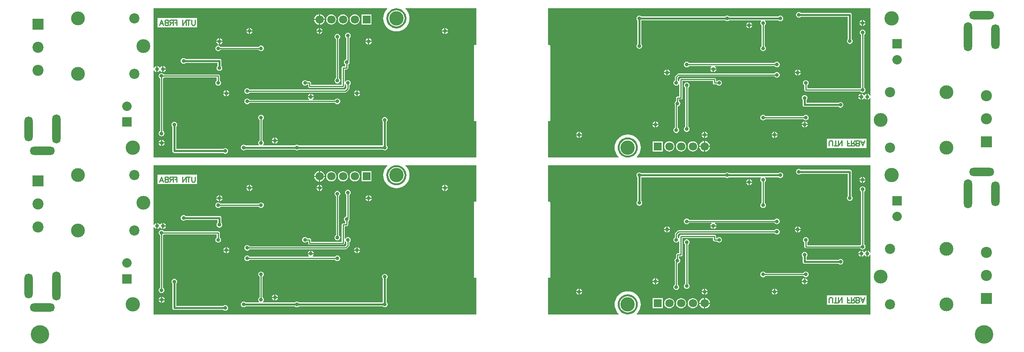
<source format=gbl>
G04*
G04 #@! TF.GenerationSoftware,Altium Limited,Altium Designer,19.1.5 (86)*
G04*
G04 Layer_Physical_Order=2*
G04 Layer_Color=16711680*
%FSLAX25Y25*%
%MOIN*%
G70*
G01*
G75*
%ADD27C,0.00900*%
%ADD28C,0.01800*%
%ADD36C,0.01000*%
%ADD38C,0.15748*%
%ADD39C,0.07087*%
%ADD40R,0.07087X0.07087*%
%ADD41C,0.11811*%
%ADD42C,0.08661*%
%ADD43C,0.08661*%
%ADD44C,0.09449*%
%ADD45R,0.09449X0.09449*%
%ADD46R,0.08000X0.08000*%
%ADD47C,0.08000*%
%ADD48O,0.07087X0.24803*%
%ADD49O,0.07087X0.21260*%
%ADD50O,0.21260X0.07087*%
%ADD51C,0.12205*%
%ADD52C,0.03200*%
G36*
X324505Y264305D02*
X326112Y263817D01*
X327592Y263026D01*
X328890Y261961D01*
X329955Y260663D01*
X330747Y259183D01*
X331234Y257576D01*
X331398Y255906D01*
X331234Y254235D01*
X330747Y252628D01*
X329955Y251148D01*
X328890Y249850D01*
X327592Y248785D01*
X326112Y247994D01*
X324505Y247506D01*
X322835Y247342D01*
X321164Y247506D01*
X319557Y247994D01*
X318077Y248785D01*
X316779Y249850D01*
X315714Y251148D01*
X314923Y252628D01*
X314435Y254235D01*
X314271Y255906D01*
X314435Y257576D01*
X314923Y259183D01*
X315714Y260663D01*
X316779Y261961D01*
X318077Y263026D01*
X319557Y263817D01*
X321164Y264305D01*
X322671Y264453D01*
X322998D01*
X324505Y264305D01*
D02*
G37*
G36*
X390748Y233323D02*
X389764D01*
X389366Y233244D01*
X389028Y233019D01*
X388803Y232681D01*
X388724Y232283D01*
Y169291D01*
X388803Y168893D01*
X389028Y168556D01*
X389366Y168331D01*
X389764Y168251D01*
X390748D01*
Y137122D01*
X116142D01*
Y211626D01*
X116642Y211726D01*
X116823Y211287D01*
X117240Y210744D01*
X117783Y210327D01*
X118416Y210065D01*
X118595Y210042D01*
Y212598D01*
Y215155D01*
X118416Y215131D01*
X117783Y214869D01*
X117240Y214453D01*
X116823Y213910D01*
X116642Y213471D01*
X116142Y213570D01*
Y264453D01*
X315010D01*
X315183Y263984D01*
X314953Y263788D01*
X313817Y262457D01*
X312903Y260966D01*
X312233Y259350D01*
X311825Y257649D01*
X311688Y255906D01*
X311825Y254162D01*
X312233Y252461D01*
X312903Y250845D01*
X313817Y249354D01*
X314953Y248024D01*
X316283Y246887D01*
X317774Y245974D01*
X319390Y245304D01*
X321091Y244896D01*
X322835Y244759D01*
X324578Y244896D01*
X326279Y245304D01*
X327895Y245974D01*
X329387Y246887D01*
X330717Y248024D01*
X331853Y249354D01*
X332767Y250845D01*
X333436Y252461D01*
X333844Y254162D01*
X333981Y255906D01*
X333844Y257649D01*
X333436Y259350D01*
X332767Y260966D01*
X331853Y262457D01*
X330717Y263788D01*
X330487Y263984D01*
X330660Y264453D01*
X390748D01*
Y233323D01*
D02*
G37*
G36*
X726378Y189948D02*
X725878Y189849D01*
X725696Y190288D01*
X725280Y190831D01*
X724736Y191247D01*
X724104Y191509D01*
X723925Y191533D01*
Y188976D01*
Y186420D01*
X724104Y186443D01*
X724736Y186705D01*
X725280Y187122D01*
X725696Y187665D01*
X725878Y188104D01*
X726378Y188004D01*
Y137122D01*
X527510D01*
X527337Y137591D01*
X527567Y137787D01*
X528703Y139117D01*
X529617Y140609D01*
X530286Y142225D01*
X530695Y143925D01*
X530832Y145669D01*
X530695Y147413D01*
X530286Y149114D01*
X529617Y150730D01*
X528703Y152221D01*
X527567Y153551D01*
X526237Y154687D01*
X524746Y155601D01*
X523130Y156271D01*
X521429Y156679D01*
X519685Y156816D01*
X517941Y156679D01*
X516241Y156271D01*
X514625Y155601D01*
X513133Y154687D01*
X511803Y153551D01*
X510667Y152221D01*
X509753Y150730D01*
X509084Y149114D01*
X508675Y147413D01*
X508538Y145669D01*
X508675Y143925D01*
X509084Y142225D01*
X509753Y140609D01*
X510667Y139117D01*
X511803Y137787D01*
X512033Y137591D01*
X511860Y137122D01*
X451772D01*
Y168251D01*
X452756D01*
X453154Y168331D01*
X453491Y168556D01*
X453717Y168893D01*
X453796Y169291D01*
Y232283D01*
X453717Y232681D01*
X453491Y233019D01*
X453154Y233244D01*
X452756Y233324D01*
X451772D01*
Y264453D01*
X726378D01*
Y189948D01*
D02*
G37*
G36*
X521356Y154069D02*
X522962Y153581D01*
X524443Y152790D01*
X525740Y151725D01*
X526806Y150427D01*
X527597Y148946D01*
X528084Y147340D01*
X528249Y145669D01*
X528084Y143999D01*
X527597Y142392D01*
X526806Y140911D01*
X525740Y139614D01*
X524443Y138549D01*
X522962Y137757D01*
X521356Y137270D01*
X519849Y137122D01*
X519521D01*
X518014Y137270D01*
X516408Y137757D01*
X514927Y138549D01*
X513630Y139614D01*
X512565Y140911D01*
X511773Y142392D01*
X511286Y143999D01*
X511121Y145669D01*
X511286Y147340D01*
X511773Y148946D01*
X512565Y150427D01*
X513630Y151725D01*
X514927Y152790D01*
X516408Y153581D01*
X518014Y154069D01*
X519685Y154233D01*
X521356Y154069D01*
D02*
G37*
G36*
X324505Y130447D02*
X326112Y129959D01*
X327592Y129168D01*
X328890Y128103D01*
X329955Y126805D01*
X330747Y125324D01*
X331234Y123718D01*
X331398Y122047D01*
X331234Y120377D01*
X330747Y118770D01*
X329955Y117289D01*
X328890Y115992D01*
X327592Y114927D01*
X326112Y114135D01*
X324505Y113648D01*
X322835Y113484D01*
X321164Y113648D01*
X319557Y114135D01*
X318077Y114927D01*
X316779Y115992D01*
X315714Y117289D01*
X314923Y118770D01*
X314435Y120377D01*
X314271Y122047D01*
X314435Y123718D01*
X314923Y125324D01*
X315714Y126805D01*
X316779Y128103D01*
X318077Y129168D01*
X319557Y129959D01*
X321164Y130447D01*
X322671Y130595D01*
X322998D01*
X324505Y130447D01*
D02*
G37*
G36*
X390748Y99465D02*
X389764D01*
X389366Y99386D01*
X389028Y99161D01*
X388803Y98823D01*
X388724Y98425D01*
Y35433D01*
X388803Y35035D01*
X389028Y34698D01*
X389366Y34472D01*
X389764Y34393D01*
X390748D01*
Y3263D01*
X116142D01*
Y77768D01*
X116642Y77868D01*
X116823Y77429D01*
X117240Y76886D01*
X117783Y76469D01*
X118416Y76207D01*
X118595Y76183D01*
Y78740D01*
Y81297D01*
X118416Y81273D01*
X117783Y81011D01*
X117240Y80594D01*
X116823Y80051D01*
X116642Y79613D01*
X116142Y79712D01*
Y130595D01*
X315010D01*
X315183Y130126D01*
X314953Y129929D01*
X313817Y128599D01*
X312903Y127108D01*
X312233Y125492D01*
X311825Y123791D01*
X311688Y122047D01*
X311825Y120303D01*
X312233Y118603D01*
X312903Y116987D01*
X313817Y115495D01*
X314953Y114165D01*
X316283Y113029D01*
X317774Y112115D01*
X319390Y111446D01*
X321091Y111038D01*
X322835Y110900D01*
X324578Y111038D01*
X326279Y111446D01*
X327895Y112115D01*
X329387Y113029D01*
X330717Y114165D01*
X331853Y115495D01*
X332767Y116987D01*
X333436Y118603D01*
X333844Y120303D01*
X333981Y122047D01*
X333844Y123791D01*
X333436Y125492D01*
X332767Y127108D01*
X331853Y128599D01*
X330717Y129929D01*
X330487Y130126D01*
X330660Y130595D01*
X390748D01*
Y99465D01*
D02*
G37*
G36*
X726378Y56090D02*
X725878Y55991D01*
X725696Y56429D01*
X725280Y56972D01*
X724736Y57389D01*
X724104Y57651D01*
X723925Y57675D01*
Y55118D01*
Y52561D01*
X724104Y52585D01*
X724736Y52847D01*
X725280Y53264D01*
X725696Y53807D01*
X725878Y54246D01*
X726378Y54146D01*
Y3263D01*
X527510D01*
X527337Y3732D01*
X527567Y3929D01*
X528703Y5259D01*
X529617Y6750D01*
X530286Y8366D01*
X530695Y10067D01*
X530832Y11811D01*
X530695Y13555D01*
X530286Y15256D01*
X529617Y16872D01*
X528703Y18363D01*
X527567Y19693D01*
X526237Y20829D01*
X524746Y21743D01*
X523130Y22412D01*
X521429Y22821D01*
X519685Y22958D01*
X517941Y22821D01*
X516241Y22412D01*
X514625Y21743D01*
X513133Y20829D01*
X511803Y19693D01*
X510667Y18363D01*
X509753Y16872D01*
X509084Y15256D01*
X508675Y13555D01*
X508538Y11811D01*
X508675Y10067D01*
X509084Y8366D01*
X509753Y6750D01*
X510667Y5259D01*
X511803Y3929D01*
X512033Y3732D01*
X511860Y3263D01*
X451772D01*
Y34393D01*
X452756D01*
X453154Y34472D01*
X453491Y34698D01*
X453717Y35035D01*
X453796Y35433D01*
Y98425D01*
X453717Y98823D01*
X453491Y99161D01*
X453154Y99386D01*
X452756Y99465D01*
X451772D01*
Y130595D01*
X726378D01*
Y56090D01*
D02*
G37*
G36*
X521356Y20210D02*
X522962Y19723D01*
X524443Y18932D01*
X525740Y17866D01*
X526806Y16569D01*
X527597Y15088D01*
X528084Y13482D01*
X528249Y11811D01*
X528084Y10140D01*
X527597Y8534D01*
X526806Y7053D01*
X525740Y5756D01*
X524443Y4690D01*
X522962Y3899D01*
X521356Y3412D01*
X519849Y3263D01*
X519521D01*
X518014Y3412D01*
X516408Y3899D01*
X514927Y4690D01*
X513630Y5756D01*
X512565Y7053D01*
X511773Y8534D01*
X511286Y10140D01*
X511121Y11811D01*
X511286Y13482D01*
X511773Y15088D01*
X512565Y16569D01*
X513630Y17866D01*
X514927Y18932D01*
X516408Y19723D01*
X518014Y20210D01*
X519685Y20375D01*
X521356Y20210D01*
D02*
G37*
%LPC*%
G36*
X322835Y262811D02*
X321487Y262678D01*
X320192Y262285D01*
X318998Y261647D01*
X317952Y260788D01*
X317093Y259742D01*
X316455Y258548D01*
X316062Y257253D01*
X315929Y255906D01*
X316062Y254558D01*
X316455Y253263D01*
X317093Y252069D01*
X317952Y251023D01*
X318998Y250164D01*
X320192Y249526D01*
X321487Y249133D01*
X322835Y249000D01*
X324182Y249133D01*
X325477Y249526D01*
X326671Y250164D01*
X327718Y251023D01*
X328576Y252069D01*
X329215Y253263D01*
X329608Y254558D01*
X329740Y255906D01*
X329608Y257253D01*
X329215Y258548D01*
X328576Y259742D01*
X327718Y260788D01*
X326671Y261647D01*
X325477Y262285D01*
X324182Y262678D01*
X322835Y262811D01*
D02*
G37*
G36*
X257902Y259438D02*
Y255421D01*
X261918D01*
X261828Y256107D01*
X261370Y257212D01*
X260642Y258162D01*
X259693Y258890D01*
X258588Y259348D01*
X257902Y259438D01*
D02*
G37*
G36*
X256902Y259438D02*
X256216Y259348D01*
X255110Y258890D01*
X254161Y258162D01*
X253433Y257212D01*
X252975Y256107D01*
X252885Y255421D01*
X256902D01*
Y259438D01*
D02*
G37*
G36*
X301715Y259235D02*
X293088D01*
Y250608D01*
X301715D01*
Y259235D01*
D02*
G37*
G36*
X287402Y259272D02*
X286276Y259123D01*
X285226Y258689D01*
X284325Y257997D01*
X283634Y257097D01*
X283199Y256047D01*
X283051Y254921D01*
X283199Y253795D01*
X283634Y252746D01*
X284325Y251845D01*
X285226Y251154D01*
X286276Y250719D01*
X287402Y250571D01*
X288528Y250719D01*
X289577Y251154D01*
X290478Y251845D01*
X291169Y252746D01*
X291604Y253795D01*
X291752Y254921D01*
X291604Y256047D01*
X291169Y257097D01*
X290478Y257997D01*
X289577Y258689D01*
X288528Y259123D01*
X287402Y259272D01*
D02*
G37*
G36*
X277402D02*
X276276Y259123D01*
X275226Y258689D01*
X274325Y257997D01*
X273634Y257097D01*
X273199Y256047D01*
X273051Y254921D01*
X273199Y253795D01*
X273634Y252746D01*
X274325Y251845D01*
X275226Y251154D01*
X276276Y250719D01*
X277402Y250571D01*
X278528Y250719D01*
X279577Y251154D01*
X280478Y251845D01*
X281169Y252746D01*
X281604Y253795D01*
X281752Y254921D01*
X281604Y256047D01*
X281169Y257097D01*
X280478Y257997D01*
X279577Y258689D01*
X278528Y259123D01*
X277402Y259272D01*
D02*
G37*
G36*
X267402D02*
X266276Y259123D01*
X265226Y258689D01*
X264325Y257997D01*
X263634Y257097D01*
X263199Y256047D01*
X263051Y254921D01*
X263199Y253795D01*
X263634Y252746D01*
X264325Y251845D01*
X265226Y251154D01*
X266276Y250719D01*
X267402Y250571D01*
X268528Y250719D01*
X269577Y251154D01*
X270478Y251845D01*
X271169Y252746D01*
X271604Y253795D01*
X271752Y254921D01*
X271604Y256047D01*
X271169Y257097D01*
X270478Y257997D01*
X269577Y258689D01*
X268528Y259123D01*
X267402Y259272D01*
D02*
G37*
G36*
X261918Y254421D02*
X257902D01*
Y250405D01*
X258588Y250495D01*
X259693Y250953D01*
X260642Y251681D01*
X261370Y252630D01*
X261828Y253735D01*
X261918Y254421D01*
D02*
G37*
G36*
X256902D02*
X252885D01*
X252975Y253735D01*
X253433Y252630D01*
X254161Y251681D01*
X255110Y250953D01*
X256216Y250495D01*
X256902Y250405D01*
Y254421D01*
D02*
G37*
G36*
X153345Y256269D02*
X119511D01*
Y248230D01*
X153345D01*
Y256269D01*
D02*
G37*
G36*
X364673Y247635D02*
Y245579D01*
X366730D01*
X366706Y245758D01*
X366444Y246390D01*
X366028Y246933D01*
X365484Y247350D01*
X364852Y247612D01*
X364673Y247635D01*
D02*
G37*
G36*
X363673D02*
X363494Y247612D01*
X362862Y247350D01*
X362319Y246933D01*
X361902Y246390D01*
X361640Y245758D01*
X361617Y245579D01*
X363673D01*
Y247635D01*
D02*
G37*
G36*
X257902D02*
Y245579D01*
X259958D01*
X259935Y245758D01*
X259673Y246390D01*
X259256Y246933D01*
X258713Y247350D01*
X258080Y247612D01*
X257902Y247635D01*
D02*
G37*
G36*
X256902D02*
X256723Y247612D01*
X256090Y247350D01*
X255547Y246933D01*
X255131Y246390D01*
X254869Y245758D01*
X254845Y245579D01*
X256902D01*
Y247635D01*
D02*
G37*
G36*
X198335D02*
Y245579D01*
X200391D01*
X200368Y245758D01*
X200106Y246390D01*
X199689Y246933D01*
X199146Y247350D01*
X198513Y247612D01*
X198335Y247635D01*
D02*
G37*
G36*
X197335D02*
X197156Y247612D01*
X196523Y247350D01*
X195980Y246933D01*
X195563Y246390D01*
X195302Y245758D01*
X195278Y245579D01*
X197335D01*
Y247635D01*
D02*
G37*
G36*
X366730Y244579D02*
X364673D01*
Y242522D01*
X364852Y242546D01*
X365484Y242808D01*
X366028Y243224D01*
X366444Y243767D01*
X366706Y244400D01*
X366730Y244579D01*
D02*
G37*
G36*
X363673D02*
X361617D01*
X361640Y244400D01*
X361902Y243767D01*
X362319Y243224D01*
X362862Y242808D01*
X363494Y242546D01*
X363673Y242522D01*
Y244579D01*
D02*
G37*
G36*
X259958D02*
X257902D01*
Y242522D01*
X258080Y242546D01*
X258713Y242808D01*
X259256Y243224D01*
X259673Y243767D01*
X259935Y244400D01*
X259958Y244579D01*
D02*
G37*
G36*
X256902D02*
X254845D01*
X254869Y244400D01*
X255131Y243767D01*
X255547Y243224D01*
X256090Y242808D01*
X256723Y242546D01*
X256902Y242522D01*
Y244579D01*
D02*
G37*
G36*
X200391D02*
X198335D01*
Y242522D01*
X198513Y242546D01*
X199146Y242808D01*
X199689Y243224D01*
X200106Y243767D01*
X200368Y244400D01*
X200391Y244579D01*
D02*
G37*
G36*
X197335D02*
X195278D01*
X195302Y244400D01*
X195563Y243767D01*
X195980Y243224D01*
X196523Y242808D01*
X197156Y242546D01*
X197335Y242522D01*
Y244579D01*
D02*
G37*
G36*
X299713Y238777D02*
Y236720D01*
X301769D01*
X301746Y236899D01*
X301484Y237532D01*
X301067Y238075D01*
X300524Y238492D01*
X299891Y238754D01*
X299713Y238777D01*
D02*
G37*
G36*
X298713D02*
X298534Y238754D01*
X297901Y238492D01*
X297358Y238075D01*
X296941Y237532D01*
X296679Y236899D01*
X296656Y236720D01*
X298713D01*
Y238777D01*
D02*
G37*
G36*
X172744D02*
Y236720D01*
X174801D01*
X174777Y236899D01*
X174515Y237532D01*
X174098Y238075D01*
X173555Y238492D01*
X172923Y238754D01*
X172744Y238777D01*
D02*
G37*
G36*
X171744D02*
X171565Y238754D01*
X170933Y238492D01*
X170390Y238075D01*
X169973Y237532D01*
X169711Y236899D01*
X169687Y236720D01*
X171744D01*
Y238777D01*
D02*
G37*
G36*
X301769Y235720D02*
X299713D01*
Y233664D01*
X299891Y233687D01*
X300524Y233949D01*
X301067Y234366D01*
X301484Y234909D01*
X301746Y235542D01*
X301769Y235720D01*
D02*
G37*
G36*
X298713D02*
X296656D01*
X296679Y235542D01*
X296941Y234909D01*
X297358Y234366D01*
X297901Y233949D01*
X298534Y233687D01*
X298713Y233664D01*
Y235720D01*
D02*
G37*
G36*
X174801D02*
X172744D01*
Y233664D01*
X172923Y233687D01*
X173555Y233949D01*
X174098Y234366D01*
X174515Y234909D01*
X174777Y235542D01*
X174801Y235720D01*
D02*
G37*
G36*
X171744D02*
X169687D01*
X169711Y235542D01*
X169973Y234909D01*
X170390Y234366D01*
X170933Y233949D01*
X171565Y233687D01*
X171744Y233664D01*
Y235720D01*
D02*
G37*
G36*
X207677Y232731D02*
X206752Y232547D01*
X205968Y232024D01*
X205658Y231559D01*
X173279D01*
X172968Y232024D01*
X172185Y232547D01*
X171260Y232731D01*
X170335Y232547D01*
X169551Y232024D01*
X169027Y231240D01*
X168843Y230315D01*
X169027Y229390D01*
X169551Y228606D01*
X170335Y228082D01*
X171260Y227899D01*
X172185Y228082D01*
X172968Y228606D01*
X173279Y229071D01*
X205658D01*
X205968Y228606D01*
X206752Y228082D01*
X207677Y227899D01*
X208602Y228082D01*
X209386Y228606D01*
X209910Y229390D01*
X210094Y230315D01*
X209910Y231240D01*
X209386Y232024D01*
X208602Y232547D01*
X207677Y232731D01*
D02*
G37*
G36*
X123614Y215155D02*
X123435Y215131D01*
X122803Y214869D01*
X122260Y214453D01*
X121884Y213964D01*
X121604Y213934D01*
X121324Y213964D01*
X120949Y214453D01*
X120406Y214869D01*
X119773Y215131D01*
X119595Y215155D01*
Y212598D01*
Y210042D01*
X119773Y210065D01*
X120406Y210327D01*
X120949Y210744D01*
X121324Y211233D01*
X121604Y211262D01*
X121884Y211233D01*
X122260Y210744D01*
X122803Y210327D01*
X123435Y210065D01*
X123614Y210042D01*
Y212598D01*
Y215155D01*
D02*
G37*
G36*
X124614D02*
Y213098D01*
X126671D01*
X126647Y213277D01*
X126385Y213910D01*
X125969Y214453D01*
X125425Y214869D01*
X124793Y215131D01*
X124614Y215155D01*
D02*
G37*
G36*
X141732Y221905D02*
X140807Y221721D01*
X140024Y221197D01*
X139500Y220413D01*
X139316Y219488D01*
X139500Y218564D01*
X140024Y217779D01*
X140807Y217256D01*
X141732Y217072D01*
X142657Y217256D01*
X143441Y217779D01*
X143445Y217786D01*
X170541D01*
Y215295D01*
X170535Y215291D01*
X170012Y214507D01*
X169828Y213583D01*
X170012Y212658D01*
X170535Y211874D01*
X171319Y211350D01*
X172244Y211166D01*
X173169Y211350D01*
X173953Y211874D01*
X174477Y212658D01*
X174661Y213583D01*
X174477Y214507D01*
X173953Y215291D01*
X173947Y215295D01*
Y219488D01*
X173817Y220140D01*
X173448Y220692D01*
X172896Y221061D01*
X172244Y221191D01*
X143445D01*
X143441Y221197D01*
X142657Y221721D01*
X141732Y221905D01*
D02*
G37*
G36*
X126671Y212098D02*
X124614D01*
Y210042D01*
X124793Y210065D01*
X125425Y210327D01*
X125969Y210744D01*
X126385Y211287D01*
X126647Y211920D01*
X126671Y212098D01*
D02*
G37*
G36*
X272638Y242574D02*
X271713Y242390D01*
X270929Y241866D01*
X270405Y241082D01*
X270221Y240158D01*
X270405Y239233D01*
X270929Y238449D01*
X271394Y238138D01*
Y204775D01*
X270929Y204465D01*
X270405Y203681D01*
X270221Y202756D01*
X270405Y201831D01*
X270929Y201047D01*
X271713Y200523D01*
X272638Y200340D01*
X273563Y200523D01*
X274346Y201047D01*
X274870Y201831D01*
X275054Y202756D01*
X274870Y203681D01*
X274346Y204465D01*
X273882Y204775D01*
Y238138D01*
X274346Y238449D01*
X274870Y239233D01*
X275054Y240158D01*
X274870Y241082D01*
X274346Y241866D01*
X273563Y242390D01*
X272638Y242574D01*
D02*
G37*
G36*
X281496Y243558D02*
X280571Y243374D01*
X279787Y242850D01*
X279264Y242067D01*
X279080Y241142D01*
X279264Y240217D01*
X279787Y239433D01*
X280252Y239123D01*
Y220869D01*
X279587Y220736D01*
X278803Y220213D01*
X278279Y219429D01*
X278095Y218504D01*
X278279Y217579D01*
X278803Y216795D01*
X279268Y216485D01*
Y214827D01*
X277562D01*
X277086Y214732D01*
X276682Y214462D01*
X276413Y214059D01*
X276318Y213583D01*
Y199079D01*
X250260D01*
Y200787D01*
X250165Y201263D01*
X249895Y201667D01*
X249492Y201937D01*
X249016Y202031D01*
X247098D01*
X246787Y202496D01*
X246004Y203020D01*
X245079Y203204D01*
X244154Y203020D01*
X243370Y202496D01*
X242846Y201712D01*
X242662Y200787D01*
X242846Y199863D01*
X243370Y199079D01*
X244154Y198555D01*
X245079Y198371D01*
X246004Y198555D01*
X246787Y199079D01*
X247098Y199543D01*
X247772D01*
Y197835D01*
X247867Y197359D01*
X248136Y196955D01*
X248540Y196685D01*
X249016Y196591D01*
X277562D01*
X278038Y196685D01*
X278441Y196955D01*
X278711Y197359D01*
X278806Y197835D01*
Y199717D01*
X279063Y199799D01*
X279306Y199800D01*
X279787Y199079D01*
X280252Y198768D01*
Y196381D01*
X279012Y195141D01*
X197885D01*
X197575Y195606D01*
X196791Y196130D01*
X195866Y196314D01*
X194941Y196130D01*
X194158Y195606D01*
X193634Y194822D01*
X193450Y193898D01*
X193634Y192973D01*
X194158Y192189D01*
X194941Y191665D01*
X195866Y191481D01*
X196791Y191665D01*
X197575Y192189D01*
X197885Y192654D01*
X279528D01*
X280004Y192748D01*
X280407Y193018D01*
X282376Y194987D01*
X282645Y195390D01*
X282740Y195866D01*
Y198768D01*
X283205Y199079D01*
X283729Y199863D01*
X283912Y200787D01*
X283729Y201712D01*
X283205Y202496D01*
X282421Y203020D01*
X281496Y203204D01*
X280571Y203020D01*
X279787Y202496D01*
X279306Y201775D01*
X279063Y201776D01*
X278806Y201858D01*
Y212339D01*
X280512D01*
X280988Y212434D01*
X281391Y212703D01*
X281661Y213107D01*
X281756Y213583D01*
Y216485D01*
X282221Y216795D01*
X282744Y217579D01*
X282928Y218504D01*
X282744Y219429D01*
X282732Y219447D01*
X282740Y219488D01*
Y239123D01*
X283205Y239433D01*
X283729Y240217D01*
X283912Y241142D01*
X283729Y242067D01*
X283205Y242850D01*
X282421Y243374D01*
X281496Y243558D01*
D02*
G37*
G36*
X123031Y209109D02*
X122107Y208925D01*
X121323Y208402D01*
X120799Y207618D01*
X120615Y206693D01*
X120799Y205768D01*
X121323Y204984D01*
X121788Y204674D01*
Y159696D01*
X121323Y159386D01*
X120799Y158602D01*
X120615Y157677D01*
X120799Y156752D01*
X121323Y155968D01*
X122107Y155445D01*
X123031Y155261D01*
X123956Y155445D01*
X124740Y155968D01*
X125264Y156752D01*
X125448Y157677D01*
X125264Y158602D01*
X124740Y159386D01*
X124275Y159696D01*
Y204674D01*
X124740Y204984D01*
X125051Y205449D01*
X170016D01*
Y202807D01*
X169551Y202496D01*
X169027Y201712D01*
X168843Y200787D01*
X169027Y199863D01*
X169551Y199079D01*
X170335Y198555D01*
X171260Y198371D01*
X172185Y198555D01*
X172968Y199079D01*
X173492Y199863D01*
X173676Y200787D01*
X173492Y201712D01*
X172968Y202496D01*
X172504Y202807D01*
Y206693D01*
X172409Y207169D01*
X172139Y207573D01*
X171736Y207842D01*
X171260Y207937D01*
X125051D01*
X124740Y208402D01*
X123956Y208925D01*
X123031Y209109D01*
D02*
G37*
G36*
X289870Y194486D02*
Y192429D01*
X291927D01*
X291903Y192608D01*
X291641Y193240D01*
X291224Y193783D01*
X290681Y194200D01*
X290049Y194462D01*
X289870Y194486D01*
D02*
G37*
G36*
X288870D02*
X288691Y194462D01*
X288059Y194200D01*
X287516Y193783D01*
X287099Y193240D01*
X286837Y192608D01*
X286813Y192429D01*
X288870D01*
Y194486D01*
D02*
G37*
G36*
X178650D02*
Y192429D01*
X180706D01*
X180683Y192608D01*
X180421Y193240D01*
X180004Y193783D01*
X179461Y194200D01*
X178828Y194462D01*
X178650Y194486D01*
D02*
G37*
G36*
X177650D02*
X177471Y194462D01*
X176838Y194200D01*
X176295Y193783D01*
X175879Y193240D01*
X175617Y192608D01*
X175593Y192429D01*
X177650D01*
Y194486D01*
D02*
G37*
G36*
X250500Y191533D02*
Y189476D01*
X252557D01*
X252533Y189655D01*
X252271Y190288D01*
X251854Y190831D01*
X251311Y191247D01*
X250679Y191509D01*
X250500Y191533D01*
D02*
G37*
G36*
X249500D02*
X249321Y191509D01*
X248689Y191247D01*
X248146Y190831D01*
X247729Y190288D01*
X247467Y189655D01*
X247443Y189476D01*
X249500D01*
Y191533D01*
D02*
G37*
G36*
X291927Y191429D02*
X289870D01*
Y189373D01*
X290049Y189396D01*
X290681Y189658D01*
X291224Y190075D01*
X291641Y190618D01*
X291903Y191250D01*
X291927Y191429D01*
D02*
G37*
G36*
X288870D02*
X286813D01*
X286837Y191250D01*
X287099Y190618D01*
X287516Y190075D01*
X288059Y189658D01*
X288691Y189396D01*
X288870Y189373D01*
Y191429D01*
D02*
G37*
G36*
X180706D02*
X178650D01*
Y189373D01*
X178828Y189396D01*
X179461Y189658D01*
X180004Y190075D01*
X180421Y190618D01*
X180683Y191250D01*
X180706Y191429D01*
D02*
G37*
G36*
X177650D02*
X175593D01*
X175617Y191250D01*
X175879Y190618D01*
X176295Y190075D01*
X176838Y189658D01*
X177471Y189396D01*
X177650Y189373D01*
Y191429D01*
D02*
G37*
G36*
X252557Y188476D02*
X247443D01*
X247467Y188298D01*
X247729Y187665D01*
X248146Y187122D01*
X248587Y186783D01*
X248493Y186348D01*
X248458Y186283D01*
X197885D01*
X197575Y186748D01*
X196791Y187272D01*
X195866Y187456D01*
X194941Y187272D01*
X194158Y186748D01*
X193634Y185964D01*
X193450Y185039D01*
X193634Y184115D01*
X194158Y183331D01*
X194941Y182807D01*
X195866Y182623D01*
X196791Y182807D01*
X197575Y183331D01*
X197885Y183795D01*
X270619D01*
X270929Y183331D01*
X271713Y182807D01*
X272638Y182623D01*
X273563Y182807D01*
X274346Y183331D01*
X274870Y184115D01*
X275054Y185039D01*
X274870Y185964D01*
X274346Y186748D01*
X273563Y187272D01*
X272638Y187456D01*
X271713Y187272D01*
X270929Y186748D01*
X270619Y186283D01*
X251542D01*
X251507Y186348D01*
X251413Y186783D01*
X251854Y187122D01*
X252271Y187665D01*
X252533Y188298D01*
X252557Y188476D01*
D02*
G37*
G36*
X219988Y154131D02*
Y152075D01*
X222045D01*
X222021Y152253D01*
X221759Y152886D01*
X221342Y153429D01*
X220799Y153846D01*
X220167Y154108D01*
X219988Y154131D01*
D02*
G37*
G36*
X218988D02*
X218810Y154108D01*
X218177Y153846D01*
X217634Y153429D01*
X217217Y152886D01*
X216955Y152253D01*
X216932Y152075D01*
X218988D01*
Y154131D01*
D02*
G37*
G36*
X123630Y152163D02*
Y150106D01*
X125687D01*
X125663Y150285D01*
X125401Y150917D01*
X124984Y151461D01*
X124441Y151877D01*
X123809Y152139D01*
X123630Y152163D01*
D02*
G37*
G36*
X122630D02*
X122451Y152139D01*
X121819Y151877D01*
X121276Y151461D01*
X120859Y150917D01*
X120597Y150285D01*
X120573Y150106D01*
X122630D01*
Y152163D01*
D02*
G37*
G36*
X222045Y151075D02*
X219988D01*
Y149018D01*
X220167Y149042D01*
X220799Y149304D01*
X221342Y149721D01*
X221759Y150264D01*
X222021Y150896D01*
X222045Y151075D01*
D02*
G37*
G36*
X218988D02*
X216932D01*
X216955Y150896D01*
X217217Y150264D01*
X217634Y149721D01*
X218177Y149304D01*
X218810Y149042D01*
X218988Y149018D01*
Y151075D01*
D02*
G37*
G36*
X207677Y173676D02*
X206752Y173492D01*
X205968Y172968D01*
X205445Y172185D01*
X205261Y171260D01*
X205445Y170335D01*
X205968Y169551D01*
X206433Y169241D01*
Y151626D01*
X205968Y151315D01*
X205445Y150531D01*
X205261Y149606D01*
X205445Y148682D01*
X205968Y147898D01*
X206007Y147872D01*
X205855Y147372D01*
X194626D01*
X194622Y147378D01*
X193838Y147902D01*
X192913Y148086D01*
X191989Y147902D01*
X191205Y147378D01*
X190681Y146594D01*
X190497Y145669D01*
X190681Y144745D01*
X191205Y143961D01*
X191989Y143437D01*
X192913Y143253D01*
X193838Y143437D01*
X194622Y143961D01*
X194626Y143967D01*
X236476D01*
X236480Y143961D01*
X237264Y143437D01*
X238189Y143253D01*
X239114Y143437D01*
X239898Y143961D01*
X239902Y143967D01*
X311280D01*
X311283Y143961D01*
X312067Y143437D01*
X312992Y143253D01*
X313917Y143437D01*
X314701Y143961D01*
X315225Y144745D01*
X315409Y145669D01*
X315225Y146594D01*
X314701Y147378D01*
X314695Y147382D01*
Y167579D01*
X314701Y167583D01*
X315225Y168367D01*
X315409Y169291D01*
X315225Y170216D01*
X314701Y171000D01*
X313917Y171524D01*
X312992Y171708D01*
X312067Y171524D01*
X311283Y171000D01*
X310760Y170216D01*
X310576Y169291D01*
X310760Y168367D01*
X311283Y167583D01*
X311289Y167579D01*
Y147382D01*
X311283Y147378D01*
X311280Y147372D01*
X239902D01*
X239898Y147378D01*
X239114Y147902D01*
X238189Y148086D01*
X237264Y147902D01*
X236480Y147378D01*
X236476Y147372D01*
X209499D01*
X209348Y147872D01*
X209386Y147898D01*
X209910Y148682D01*
X210094Y149606D01*
X209910Y150531D01*
X209386Y151315D01*
X208921Y151626D01*
Y169241D01*
X209386Y169551D01*
X209910Y170335D01*
X210094Y171260D01*
X209910Y172185D01*
X209386Y172968D01*
X208602Y173492D01*
X207677Y173676D01*
D02*
G37*
G36*
X125687Y149106D02*
X123630D01*
Y147050D01*
X123809Y147073D01*
X124441Y147335D01*
X124984Y147752D01*
X125401Y148295D01*
X125663Y148928D01*
X125687Y149106D01*
D02*
G37*
G36*
X122630D02*
X120573D01*
X120597Y148928D01*
X120859Y148295D01*
X121276Y147752D01*
X121819Y147335D01*
X122451Y147073D01*
X122630Y147050D01*
Y149106D01*
D02*
G37*
G36*
X133858Y167574D02*
X132933Y167390D01*
X132150Y166866D01*
X131626Y166082D01*
X131442Y165157D01*
X131626Y164233D01*
X132150Y163449D01*
X132156Y163445D01*
Y142717D01*
X132285Y142065D01*
X132654Y141513D01*
X133207Y141143D01*
X133858Y141014D01*
X175453D01*
X175457Y141008D01*
X176241Y140484D01*
X177165Y140300D01*
X178090Y140484D01*
X178874Y141008D01*
X179398Y141792D01*
X179582Y142717D01*
X179398Y143641D01*
X178874Y144425D01*
X178090Y144949D01*
X177165Y145133D01*
X176241Y144949D01*
X175457Y144425D01*
X175453Y144419D01*
X135561D01*
Y163445D01*
X135567Y163449D01*
X136091Y164233D01*
X136275Y165157D01*
X136091Y166082D01*
X135567Y166866D01*
X134783Y167390D01*
X133858Y167574D01*
D02*
G37*
G36*
X649606Y258322D02*
X648682Y258138D01*
X647898Y257614D01*
X647894Y257608D01*
X606043D01*
X606039Y257614D01*
X605255Y258138D01*
X604331Y258322D01*
X603406Y258138D01*
X602622Y257614D01*
X602618Y257608D01*
X531240D01*
X531236Y257614D01*
X530452Y258138D01*
X529528Y258322D01*
X528603Y258138D01*
X527819Y257614D01*
X527295Y256830D01*
X527111Y255906D01*
X527295Y254981D01*
X527819Y254197D01*
X527825Y254193D01*
Y233996D01*
X527819Y233992D01*
X527295Y233208D01*
X527111Y232283D01*
X527295Y231359D01*
X527819Y230575D01*
X528603Y230051D01*
X529528Y229867D01*
X530452Y230051D01*
X531236Y230575D01*
X531760Y231359D01*
X531944Y232283D01*
X531760Y233208D01*
X531236Y233992D01*
X531230Y233996D01*
Y254193D01*
X531236Y254197D01*
X531240Y254203D01*
X602618D01*
X602622Y254197D01*
X603406Y253673D01*
X604331Y253489D01*
X605255Y253673D01*
X606039Y254197D01*
X606043Y254203D01*
X633020D01*
X633172Y253703D01*
X633134Y253677D01*
X632610Y252893D01*
X632426Y251969D01*
X632610Y251044D01*
X633134Y250260D01*
X633599Y249949D01*
Y232334D01*
X633134Y232024D01*
X632610Y231240D01*
X632426Y230315D01*
X632610Y229390D01*
X633134Y228606D01*
X633918Y228082D01*
X634842Y227899D01*
X635767Y228082D01*
X636551Y228606D01*
X637075Y229390D01*
X637259Y230315D01*
X637075Y231240D01*
X636551Y232024D01*
X636086Y232334D01*
Y249949D01*
X636551Y250260D01*
X637075Y251044D01*
X637259Y251969D01*
X637075Y252893D01*
X636551Y253677D01*
X636513Y253703D01*
X636664Y254203D01*
X647894D01*
X647898Y254197D01*
X648682Y253673D01*
X649606Y253489D01*
X650531Y253673D01*
X651315Y254197D01*
X651839Y254981D01*
X652023Y255906D01*
X651839Y256830D01*
X651315Y257614D01*
X650531Y258138D01*
X649606Y258322D01*
D02*
G37*
G36*
X719890Y254525D02*
Y252468D01*
X721946D01*
X721923Y252647D01*
X721661Y253280D01*
X721244Y253823D01*
X720701Y254240D01*
X720069Y254502D01*
X719890Y254525D01*
D02*
G37*
G36*
X718890D02*
X718711Y254502D01*
X718079Y254240D01*
X717535Y253823D01*
X717119Y253280D01*
X716857Y252647D01*
X716833Y252468D01*
X718890D01*
Y254525D01*
D02*
G37*
G36*
X623531Y252557D02*
Y250500D01*
X625588D01*
X625565Y250679D01*
X625303Y251311D01*
X624886Y251854D01*
X624343Y252271D01*
X623710Y252533D01*
X623531Y252557D01*
D02*
G37*
G36*
X622532D02*
X622353Y252533D01*
X621720Y252271D01*
X621177Y251854D01*
X620760Y251311D01*
X620498Y250679D01*
X620475Y250500D01*
X622532D01*
Y252557D01*
D02*
G37*
G36*
X721946Y251468D02*
X719890D01*
Y249412D01*
X720069Y249435D01*
X720701Y249697D01*
X721244Y250114D01*
X721661Y250657D01*
X721923Y251290D01*
X721946Y251468D01*
D02*
G37*
G36*
X718890D02*
X716833D01*
X716857Y251290D01*
X717119Y250657D01*
X717535Y250114D01*
X718079Y249697D01*
X718711Y249435D01*
X718890Y249412D01*
Y251468D01*
D02*
G37*
G36*
X625588Y249500D02*
X623531D01*
Y247443D01*
X623710Y247467D01*
X624343Y247729D01*
X624886Y248146D01*
X625303Y248689D01*
X625565Y249321D01*
X625588Y249500D01*
D02*
G37*
G36*
X622532D02*
X620475D01*
X620498Y249321D01*
X620760Y248689D01*
X621177Y248146D01*
X621720Y247729D01*
X622353Y247467D01*
X622532Y247443D01*
Y249500D01*
D02*
G37*
G36*
X665354Y261275D02*
X664430Y261091D01*
X663646Y260567D01*
X663122Y259783D01*
X662938Y258858D01*
X663122Y257934D01*
X663646Y257150D01*
X664430Y256626D01*
X665354Y256442D01*
X666279Y256626D01*
X667063Y257150D01*
X667067Y257156D01*
X706959D01*
Y238130D01*
X706953Y238126D01*
X706429Y237342D01*
X706245Y236417D01*
X706429Y235493D01*
X706953Y234709D01*
X707737Y234185D01*
X708661Y234001D01*
X709586Y234185D01*
X710370Y234709D01*
X710894Y235493D01*
X711078Y236417D01*
X710894Y237342D01*
X710370Y238126D01*
X710364Y238130D01*
Y258858D01*
X710234Y259510D01*
X709865Y260062D01*
X709313Y260431D01*
X708661Y260561D01*
X667067D01*
X667063Y260567D01*
X666279Y261091D01*
X665354Y261275D01*
D02*
G37*
G36*
X646654Y218952D02*
X645729Y218768D01*
X644945Y218244D01*
X644634Y217779D01*
X571901D01*
X571591Y218244D01*
X570807Y218768D01*
X569882Y218952D01*
X568957Y218768D01*
X568173Y218244D01*
X567649Y217460D01*
X567465Y216535D01*
X567649Y215611D01*
X568173Y214827D01*
X568957Y214303D01*
X569882Y214119D01*
X570807Y214303D01*
X571591Y214827D01*
X571901Y215292D01*
X590977D01*
X591013Y215227D01*
X591107Y214791D01*
X590665Y214453D01*
X590249Y213910D01*
X589987Y213277D01*
X589963Y213098D01*
X595076D01*
X595053Y213277D01*
X594791Y213910D01*
X594374Y214453D01*
X593933Y214791D01*
X594027Y215227D01*
X594062Y215292D01*
X644634D01*
X644945Y214827D01*
X645729Y214303D01*
X646654Y214119D01*
X647578Y214303D01*
X648362Y214827D01*
X648886Y215611D01*
X649070Y216535D01*
X648886Y217460D01*
X648362Y218244D01*
X647578Y218768D01*
X646654Y218952D01*
D02*
G37*
G36*
X664870Y212202D02*
Y210146D01*
X666927D01*
X666903Y210324D01*
X666641Y210957D01*
X666224Y211500D01*
X665681Y211917D01*
X665049Y212179D01*
X664870Y212202D01*
D02*
G37*
G36*
X663870D02*
X663691Y212179D01*
X663059Y211917D01*
X662516Y211500D01*
X662099Y210957D01*
X661837Y210324D01*
X661813Y210146D01*
X663870D01*
Y212202D01*
D02*
G37*
G36*
X553650D02*
Y210146D01*
X555706D01*
X555683Y210324D01*
X555421Y210957D01*
X555004Y211500D01*
X554461Y211917D01*
X553828Y212179D01*
X553650Y212202D01*
D02*
G37*
G36*
X552650D02*
X552471Y212179D01*
X551838Y211917D01*
X551295Y211500D01*
X550878Y210957D01*
X550617Y210324D01*
X550593Y210146D01*
X552650D01*
Y212202D01*
D02*
G37*
G36*
X595076Y212098D02*
X593020D01*
Y210042D01*
X593198Y210065D01*
X593831Y210327D01*
X594374Y210744D01*
X594791Y211287D01*
X595053Y211920D01*
X595076Y212098D01*
D02*
G37*
G36*
X592020D02*
X589963D01*
X589987Y211920D01*
X590249Y211287D01*
X590665Y210744D01*
X591209Y210327D01*
X591841Y210065D01*
X592020Y210042D01*
Y212098D01*
D02*
G37*
G36*
X666927Y209146D02*
X664870D01*
Y207089D01*
X665049Y207113D01*
X665681Y207375D01*
X666224Y207791D01*
X666641Y208334D01*
X666903Y208967D01*
X666927Y209146D01*
D02*
G37*
G36*
X663870D02*
X661813D01*
X661837Y208967D01*
X662099Y208334D01*
X662516Y207791D01*
X663059Y207375D01*
X663691Y207113D01*
X663870Y207089D01*
Y209146D01*
D02*
G37*
G36*
X555706D02*
X553650D01*
Y207089D01*
X553828Y207113D01*
X554461Y207375D01*
X555004Y207791D01*
X555421Y208334D01*
X555683Y208967D01*
X555706Y209146D01*
D02*
G37*
G36*
X552650D02*
X550593D01*
X550617Y208967D01*
X550878Y208334D01*
X551295Y207791D01*
X551838Y207375D01*
X552471Y207113D01*
X552650Y207089D01*
Y209146D01*
D02*
G37*
G36*
X646654Y210094D02*
X645729Y209910D01*
X644945Y209386D01*
X644634Y208921D01*
X562992D01*
X562516Y208826D01*
X562113Y208557D01*
X560144Y206588D01*
X559874Y206185D01*
X559780Y205709D01*
Y202807D01*
X559315Y202496D01*
X558791Y201712D01*
X558607Y200787D01*
X558791Y199863D01*
X559315Y199079D01*
X560099Y198555D01*
X561024Y198371D01*
X561948Y198555D01*
X562732Y199079D01*
X563214Y199800D01*
X563457Y199799D01*
X563714Y199717D01*
Y189236D01*
X562008D01*
X561532Y189141D01*
X561128Y188872D01*
X560859Y188468D01*
X560764Y187992D01*
Y185090D01*
X560299Y184780D01*
X559775Y183996D01*
X559591Y183071D01*
X559775Y182146D01*
X559788Y182127D01*
X559780Y182087D01*
Y162452D01*
X559315Y162142D01*
X558791Y161358D01*
X558607Y160433D01*
X558791Y159508D01*
X559315Y158724D01*
X560099Y158201D01*
X561024Y158017D01*
X561948Y158201D01*
X562732Y158724D01*
X563256Y159508D01*
X563440Y160433D01*
X563256Y161358D01*
X562732Y162142D01*
X562267Y162452D01*
Y180706D01*
X562933Y180838D01*
X563717Y181362D01*
X564240Y182146D01*
X564424Y183071D01*
X564240Y183996D01*
X563717Y184780D01*
X563252Y185090D01*
Y186748D01*
X564958D01*
X565434Y186843D01*
X565838Y187113D01*
X566107Y187516D01*
X566202Y187992D01*
Y202496D01*
X592260D01*
Y200787D01*
X592355Y200311D01*
X592624Y199908D01*
X593028Y199638D01*
X593504Y199543D01*
X595422D01*
X595732Y199079D01*
X596516Y198555D01*
X597441Y198371D01*
X598366Y198555D01*
X599150Y199079D01*
X599673Y199863D01*
X599857Y200787D01*
X599673Y201712D01*
X599150Y202496D01*
X598366Y203020D01*
X597441Y203204D01*
X596516Y203020D01*
X595732Y202496D01*
X595422Y202031D01*
X594748D01*
Y203740D01*
X594653Y204216D01*
X594383Y204620D01*
X593980Y204889D01*
X593504Y204984D01*
X564958D01*
X564482Y204889D01*
X564078Y204620D01*
X563809Y204216D01*
X563714Y203740D01*
Y201858D01*
X563457Y201776D01*
X563214Y201775D01*
X562732Y202496D01*
X562267Y202807D01*
Y205193D01*
X563507Y206433D01*
X644634D01*
X644945Y205968D01*
X645729Y205445D01*
X646654Y205261D01*
X647578Y205445D01*
X648362Y205968D01*
X648886Y206752D01*
X649070Y207677D01*
X648886Y208602D01*
X648362Y209386D01*
X647578Y209910D01*
X646654Y210094D01*
D02*
G37*
G36*
X719488Y246314D02*
X718564Y246130D01*
X717779Y245606D01*
X717256Y244822D01*
X717072Y243898D01*
X717256Y242973D01*
X717779Y242189D01*
X718244Y241878D01*
Y196901D01*
X717779Y196591D01*
X717469Y196126D01*
X672504D01*
Y198768D01*
X672968Y199079D01*
X673492Y199863D01*
X673676Y200787D01*
X673492Y201712D01*
X672968Y202496D01*
X672185Y203020D01*
X671260Y203204D01*
X670335Y203020D01*
X669551Y202496D01*
X669027Y201712D01*
X668843Y200787D01*
X669027Y199863D01*
X669551Y199079D01*
X670016Y198768D01*
Y194882D01*
X670111Y194406D01*
X670380Y194002D01*
X670784Y193733D01*
X671260Y193638D01*
X717469D01*
X717779Y193173D01*
X718564Y192649D01*
X719488Y192465D01*
X720413Y192649D01*
X721197Y193173D01*
X721721Y193957D01*
X721905Y194882D01*
X721721Y195807D01*
X721197Y196591D01*
X720732Y196901D01*
Y241878D01*
X721197Y242189D01*
X721721Y242973D01*
X721905Y243898D01*
X721721Y244822D01*
X721197Y245606D01*
X720413Y246130D01*
X719488Y246314D01*
D02*
G37*
G36*
X722925Y191533D02*
X722747Y191509D01*
X722114Y191247D01*
X721571Y190831D01*
X721196Y190341D01*
X720915Y190312D01*
X720635Y190341D01*
X720260Y190831D01*
X719717Y191247D01*
X719084Y191509D01*
X718905Y191533D01*
Y188976D01*
Y186420D01*
X719084Y186443D01*
X719717Y186705D01*
X720260Y187122D01*
X720635Y187611D01*
X720915Y187640D01*
X721196Y187611D01*
X721571Y187122D01*
X722114Y186705D01*
X722747Y186443D01*
X722925Y186420D01*
Y188976D01*
Y191533D01*
D02*
G37*
G36*
X717906D02*
X717727Y191509D01*
X717094Y191247D01*
X716551Y190831D01*
X716134Y190288D01*
X715872Y189655D01*
X715849Y189476D01*
X717906D01*
Y191533D01*
D02*
G37*
G36*
Y188476D02*
X715849D01*
X715872Y188298D01*
X716134Y187665D01*
X716551Y187122D01*
X717094Y186705D01*
X717727Y186443D01*
X717906Y186420D01*
Y188476D01*
D02*
G37*
G36*
X670276Y190409D02*
X669351Y190225D01*
X668567Y189701D01*
X668043Y188917D01*
X667859Y187992D01*
X668043Y187067D01*
X668567Y186284D01*
X668573Y186279D01*
Y182087D01*
X668703Y181435D01*
X669072Y180883D01*
X669624Y180514D01*
X670276Y180384D01*
X699075D01*
X699079Y180378D01*
X699863Y179854D01*
X700787Y179670D01*
X701712Y179854D01*
X702496Y180378D01*
X703020Y181162D01*
X703204Y182087D01*
X703020Y183011D01*
X702496Y183795D01*
X701712Y184319D01*
X700787Y184503D01*
X699863Y184319D01*
X699079Y183795D01*
X699075Y183789D01*
X671978D01*
Y186279D01*
X671984Y186284D01*
X672508Y187067D01*
X672692Y187992D01*
X672508Y188917D01*
X671984Y189701D01*
X671200Y190225D01*
X670276Y190409D01*
D02*
G37*
G36*
X671260Y173676D02*
X670335Y173492D01*
X669551Y172968D01*
X669241Y172504D01*
X636862D01*
X636551Y172968D01*
X635767Y173492D01*
X634842Y173676D01*
X633918Y173492D01*
X633134Y172968D01*
X632610Y172185D01*
X632426Y171260D01*
X632610Y170335D01*
X633134Y169551D01*
X633918Y169027D01*
X634842Y168843D01*
X635767Y169027D01*
X636551Y169551D01*
X636862Y170016D01*
X669241D01*
X669551Y169551D01*
X670335Y169027D01*
X671260Y168843D01*
X672185Y169027D01*
X672968Y169551D01*
X673492Y170335D01*
X673676Y171260D01*
X673492Y172185D01*
X672968Y172968D01*
X672185Y173492D01*
X671260Y173676D01*
D02*
G37*
G36*
X670776Y167911D02*
Y165854D01*
X672832D01*
X672809Y166033D01*
X672547Y166666D01*
X672130Y167209D01*
X671587Y167625D01*
X670954Y167887D01*
X670776Y167911D01*
D02*
G37*
G36*
X669776D02*
X669597Y167887D01*
X668964Y167625D01*
X668421Y167209D01*
X668005Y166666D01*
X667742Y166033D01*
X667719Y165854D01*
X669776D01*
Y167911D01*
D02*
G37*
G36*
X543807D02*
Y165854D01*
X545864D01*
X545840Y166033D01*
X545578Y166666D01*
X545161Y167209D01*
X544618Y167625D01*
X543986Y167887D01*
X543807Y167911D01*
D02*
G37*
G36*
X542807D02*
X542628Y167887D01*
X541996Y167625D01*
X541453Y167209D01*
X541036Y166666D01*
X540774Y166033D01*
X540751Y165854D01*
X542807D01*
Y167911D01*
D02*
G37*
G36*
X672832Y164854D02*
X670776D01*
Y162798D01*
X670954Y162821D01*
X671587Y163083D01*
X672130Y163500D01*
X672547Y164043D01*
X672809Y164676D01*
X672832Y164854D01*
D02*
G37*
G36*
X669776D02*
X667719D01*
X667742Y164676D01*
X668005Y164043D01*
X668421Y163500D01*
X668964Y163083D01*
X669597Y162821D01*
X669776Y162798D01*
Y164854D01*
D02*
G37*
G36*
X545864D02*
X543807D01*
Y162798D01*
X543986Y162821D01*
X544618Y163083D01*
X545161Y163500D01*
X545578Y164043D01*
X545840Y164676D01*
X545864Y164854D01*
D02*
G37*
G36*
X542807D02*
X540751D01*
X540774Y164676D01*
X541036Y164043D01*
X541453Y163500D01*
X541996Y163083D01*
X542628Y162821D01*
X542807Y162798D01*
Y164854D01*
D02*
G37*
G36*
X569882Y201235D02*
X568957Y201051D01*
X568173Y200528D01*
X567649Y199744D01*
X567465Y198819D01*
X567649Y197894D01*
X568173Y197110D01*
X568638Y196800D01*
Y163437D01*
X568173Y163126D01*
X567649Y162342D01*
X567465Y161417D01*
X567649Y160493D01*
X568173Y159709D01*
X568957Y159185D01*
X569882Y159001D01*
X570807Y159185D01*
X571591Y159709D01*
X572114Y160493D01*
X572298Y161417D01*
X572114Y162342D01*
X571591Y163126D01*
X571126Y163437D01*
Y196800D01*
X571591Y197110D01*
X572114Y197894D01*
X572298Y198819D01*
X572114Y199744D01*
X571591Y200528D01*
X570807Y201051D01*
X569882Y201235D01*
D02*
G37*
G36*
X645185Y159053D02*
Y156996D01*
X647242D01*
X647218Y157175D01*
X646956Y157807D01*
X646539Y158350D01*
X645996Y158767D01*
X645364Y159029D01*
X645185Y159053D01*
D02*
G37*
G36*
X644185D02*
X644006Y159029D01*
X643374Y158767D01*
X642831Y158350D01*
X642414Y157807D01*
X642152Y157175D01*
X642128Y156996D01*
X644185D01*
Y159053D01*
D02*
G37*
G36*
X585618D02*
Y156996D01*
X587675D01*
X587651Y157175D01*
X587389Y157807D01*
X586973Y158350D01*
X586429Y158767D01*
X585797Y159029D01*
X585618Y159053D01*
D02*
G37*
G36*
X584618D02*
X584439Y159029D01*
X583807Y158767D01*
X583264Y158350D01*
X582847Y157807D01*
X582585Y157175D01*
X582561Y156996D01*
X584618D01*
Y159053D01*
D02*
G37*
G36*
X478847D02*
Y156996D01*
X480903D01*
X480879Y157175D01*
X480618Y157807D01*
X480201Y158350D01*
X479658Y158767D01*
X479025Y159029D01*
X478847Y159053D01*
D02*
G37*
G36*
X477846D02*
X477668Y159029D01*
X477035Y158767D01*
X476492Y158350D01*
X476075Y157807D01*
X475813Y157175D01*
X475790Y156996D01*
X477846D01*
Y159053D01*
D02*
G37*
G36*
X647242Y155996D02*
X645185D01*
Y153939D01*
X645364Y153963D01*
X645996Y154225D01*
X646539Y154642D01*
X646956Y155185D01*
X647218Y155817D01*
X647242Y155996D01*
D02*
G37*
G36*
X644185D02*
X642128D01*
X642152Y155817D01*
X642414Y155185D01*
X642831Y154642D01*
X643374Y154225D01*
X644006Y153963D01*
X644185Y153939D01*
Y155996D01*
D02*
G37*
G36*
X587675D02*
X585618D01*
Y153939D01*
X585797Y153963D01*
X586429Y154225D01*
X586973Y154642D01*
X587389Y155185D01*
X587651Y155817D01*
X587675Y155996D01*
D02*
G37*
G36*
X584618D02*
X582561D01*
X582585Y155817D01*
X582847Y155185D01*
X583264Y154642D01*
X583807Y154225D01*
X584439Y153963D01*
X584618Y153939D01*
Y155996D01*
D02*
G37*
G36*
X480903D02*
X478847D01*
Y153939D01*
X479025Y153963D01*
X479658Y154225D01*
X480201Y154642D01*
X480618Y155185D01*
X480879Y155817D01*
X480903Y155996D01*
D02*
G37*
G36*
X477846D02*
X475790D01*
X475813Y155817D01*
X476075Y155185D01*
X476492Y154642D01*
X477035Y154225D01*
X477668Y153963D01*
X477846Y153939D01*
Y155996D01*
D02*
G37*
G36*
X585618Y151170D02*
Y147154D01*
X589635D01*
X589544Y147840D01*
X589087Y148945D01*
X588358Y149894D01*
X587409Y150622D01*
X586304Y151080D01*
X585618Y151170D01*
D02*
G37*
G36*
X584618Y151170D02*
X583932Y151080D01*
X582827Y150622D01*
X581878Y149894D01*
X581150Y148945D01*
X580692Y147840D01*
X580602Y147154D01*
X584618D01*
Y151170D01*
D02*
G37*
G36*
X723008Y153345D02*
X689175D01*
Y145306D01*
X723008D01*
Y153345D01*
D02*
G37*
G36*
X549431Y150967D02*
X540805D01*
Y142340D01*
X549431D01*
Y150967D01*
D02*
G37*
G36*
X575118Y151004D02*
X573992Y150856D01*
X572943Y150421D01*
X572042Y149730D01*
X571350Y148829D01*
X570916Y147780D01*
X570768Y146653D01*
X570916Y145528D01*
X571350Y144478D01*
X572042Y143577D01*
X572943Y142886D01*
X573992Y142451D01*
X575118Y142303D01*
X576244Y142451D01*
X577293Y142886D01*
X578194Y143577D01*
X578886Y144478D01*
X579320Y145528D01*
X579469Y146653D01*
X579320Y147780D01*
X578886Y148829D01*
X578194Y149730D01*
X577293Y150421D01*
X576244Y150856D01*
X575118Y151004D01*
D02*
G37*
G36*
X565118D02*
X563992Y150856D01*
X562943Y150421D01*
X562042Y149730D01*
X561350Y148829D01*
X560916Y147780D01*
X560768Y146653D01*
X560916Y145528D01*
X561350Y144478D01*
X562042Y143577D01*
X562943Y142886D01*
X563992Y142451D01*
X565118Y142303D01*
X566244Y142451D01*
X567293Y142886D01*
X568194Y143577D01*
X568886Y144478D01*
X569320Y145528D01*
X569469Y146653D01*
X569320Y147780D01*
X568886Y148829D01*
X568194Y149730D01*
X567293Y150421D01*
X566244Y150856D01*
X565118Y151004D01*
D02*
G37*
G36*
X555118D02*
X553992Y150856D01*
X552943Y150421D01*
X552042Y149730D01*
X551350Y148829D01*
X550916Y147780D01*
X550768Y146653D01*
X550916Y145528D01*
X551350Y144478D01*
X552042Y143577D01*
X552943Y142886D01*
X553992Y142451D01*
X555118Y142303D01*
X556244Y142451D01*
X557293Y142886D01*
X558194Y143577D01*
X558886Y144478D01*
X559320Y145528D01*
X559469Y146653D01*
X559320Y147780D01*
X558886Y148829D01*
X558194Y149730D01*
X557293Y150421D01*
X556244Y150856D01*
X555118Y151004D01*
D02*
G37*
G36*
X584618Y146154D02*
X580601D01*
X580692Y145467D01*
X581150Y144362D01*
X581878Y143413D01*
X582827Y142685D01*
X583932Y142227D01*
X584618Y142137D01*
Y146154D01*
D02*
G37*
G36*
X589635D02*
X585618D01*
Y142137D01*
X586304Y142227D01*
X587409Y142685D01*
X588358Y143413D01*
X589087Y144362D01*
X589544Y145467D01*
X589635Y146154D01*
D02*
G37*
G36*
X519685Y152575D02*
X518338Y152442D01*
X517042Y152049D01*
X515848Y151411D01*
X514802Y150552D01*
X513943Y149506D01*
X513305Y148312D01*
X512912Y147017D01*
X512779Y145669D01*
X512912Y144322D01*
X513305Y143027D01*
X513943Y141833D01*
X514802Y140786D01*
X515848Y139927D01*
X517042Y139289D01*
X518338Y138896D01*
X519685Y138764D01*
X521032Y138896D01*
X522328Y139289D01*
X523522Y139927D01*
X524568Y140786D01*
X525427Y141833D01*
X526065Y143027D01*
X526458Y144322D01*
X526591Y145669D01*
X526458Y147017D01*
X526065Y148312D01*
X525427Y149506D01*
X524568Y150552D01*
X523522Y151411D01*
X522328Y152049D01*
X521032Y152442D01*
X519685Y152575D01*
D02*
G37*
G36*
X322835Y128953D02*
X321487Y128820D01*
X320192Y128427D01*
X318998Y127789D01*
X317952Y126930D01*
X317093Y125884D01*
X316455Y124690D01*
X316062Y123395D01*
X315929Y122047D01*
X316062Y120700D01*
X316455Y119405D01*
X317093Y118211D01*
X317952Y117164D01*
X318998Y116305D01*
X320192Y115667D01*
X321487Y115274D01*
X322835Y115142D01*
X324182Y115274D01*
X325477Y115667D01*
X326671Y116305D01*
X327718Y117164D01*
X328576Y118211D01*
X329215Y119405D01*
X329608Y120700D01*
X329740Y122047D01*
X329608Y123395D01*
X329215Y124690D01*
X328576Y125884D01*
X327718Y126930D01*
X326671Y127789D01*
X325477Y128427D01*
X324182Y128820D01*
X322835Y128953D01*
D02*
G37*
G36*
X257902Y125580D02*
Y121563D01*
X261918D01*
X261828Y122249D01*
X261370Y123354D01*
X260642Y124303D01*
X259693Y125031D01*
X258588Y125489D01*
X257902Y125580D01*
D02*
G37*
G36*
X256902Y125580D02*
X256216Y125489D01*
X255110Y125031D01*
X254161Y124303D01*
X253433Y123354D01*
X252975Y122249D01*
X252885Y121563D01*
X256902D01*
Y125580D01*
D02*
G37*
G36*
X301715Y125376D02*
X293088D01*
Y116750D01*
X301715D01*
Y125376D01*
D02*
G37*
G36*
X287402Y125414D02*
X286276Y125265D01*
X285226Y124831D01*
X284325Y124139D01*
X283634Y123238D01*
X283199Y122189D01*
X283051Y121063D01*
X283199Y119937D01*
X283634Y118888D01*
X284325Y117987D01*
X285226Y117295D01*
X286276Y116861D01*
X287402Y116712D01*
X288528Y116861D01*
X289577Y117295D01*
X290478Y117987D01*
X291169Y118888D01*
X291604Y119937D01*
X291752Y121063D01*
X291604Y122189D01*
X291169Y123238D01*
X290478Y124139D01*
X289577Y124831D01*
X288528Y125265D01*
X287402Y125414D01*
D02*
G37*
G36*
X277402D02*
X276276Y125265D01*
X275226Y124831D01*
X274325Y124139D01*
X273634Y123238D01*
X273199Y122189D01*
X273051Y121063D01*
X273199Y119937D01*
X273634Y118888D01*
X274325Y117987D01*
X275226Y117295D01*
X276276Y116861D01*
X277402Y116712D01*
X278528Y116861D01*
X279577Y117295D01*
X280478Y117987D01*
X281169Y118888D01*
X281604Y119937D01*
X281752Y121063D01*
X281604Y122189D01*
X281169Y123238D01*
X280478Y124139D01*
X279577Y124831D01*
X278528Y125265D01*
X277402Y125414D01*
D02*
G37*
G36*
X267402D02*
X266276Y125265D01*
X265226Y124831D01*
X264325Y124139D01*
X263634Y123238D01*
X263199Y122189D01*
X263051Y121063D01*
X263199Y119937D01*
X263634Y118888D01*
X264325Y117987D01*
X265226Y117295D01*
X266276Y116861D01*
X267402Y116712D01*
X268528Y116861D01*
X269577Y117295D01*
X270478Y117987D01*
X271169Y118888D01*
X271604Y119937D01*
X271752Y121063D01*
X271604Y122189D01*
X271169Y123238D01*
X270478Y124139D01*
X269577Y124831D01*
X268528Y125265D01*
X267402Y125414D01*
D02*
G37*
G36*
X261918Y120563D02*
X257902D01*
Y116546D01*
X258588Y116637D01*
X259693Y117094D01*
X260642Y117823D01*
X261370Y118772D01*
X261828Y119877D01*
X261918Y120563D01*
D02*
G37*
G36*
X256902D02*
X252885D01*
X252975Y119877D01*
X253433Y118772D01*
X254161Y117823D01*
X255110Y117094D01*
X256216Y116637D01*
X256902Y116546D01*
Y120563D01*
D02*
G37*
G36*
X153345Y122411D02*
X119511D01*
Y114372D01*
X153345D01*
Y122411D01*
D02*
G37*
G36*
X364673Y113777D02*
Y111721D01*
X366730D01*
X366706Y111899D01*
X366444Y112532D01*
X366028Y113075D01*
X365484Y113492D01*
X364852Y113753D01*
X364673Y113777D01*
D02*
G37*
G36*
X363673D02*
X363494Y113753D01*
X362862Y113492D01*
X362319Y113075D01*
X361902Y112532D01*
X361640Y111899D01*
X361617Y111721D01*
X363673D01*
Y113777D01*
D02*
G37*
G36*
X257902D02*
Y111721D01*
X259958D01*
X259935Y111899D01*
X259673Y112532D01*
X259256Y113075D01*
X258713Y113492D01*
X258080Y113753D01*
X257902Y113777D01*
D02*
G37*
G36*
X256902D02*
X256723Y113753D01*
X256090Y113492D01*
X255547Y113075D01*
X255131Y112532D01*
X254869Y111899D01*
X254845Y111721D01*
X256902D01*
Y113777D01*
D02*
G37*
G36*
X198335D02*
Y111721D01*
X200391D01*
X200368Y111899D01*
X200106Y112532D01*
X199689Y113075D01*
X199146Y113492D01*
X198513Y113753D01*
X198335Y113777D01*
D02*
G37*
G36*
X197335D02*
X197156Y113753D01*
X196523Y113492D01*
X195980Y113075D01*
X195563Y112532D01*
X195302Y111899D01*
X195278Y111721D01*
X197335D01*
Y113777D01*
D02*
G37*
G36*
X366730Y110721D02*
X364673D01*
Y108664D01*
X364852Y108687D01*
X365484Y108949D01*
X366028Y109366D01*
X366444Y109909D01*
X366706Y110542D01*
X366730Y110721D01*
D02*
G37*
G36*
X363673D02*
X361617D01*
X361640Y110542D01*
X361902Y109909D01*
X362319Y109366D01*
X362862Y108949D01*
X363494Y108687D01*
X363673Y108664D01*
Y110721D01*
D02*
G37*
G36*
X259958D02*
X257902D01*
Y108664D01*
X258080Y108687D01*
X258713Y108949D01*
X259256Y109366D01*
X259673Y109909D01*
X259935Y110542D01*
X259958Y110721D01*
D02*
G37*
G36*
X256902D02*
X254845D01*
X254869Y110542D01*
X255131Y109909D01*
X255547Y109366D01*
X256090Y108949D01*
X256723Y108687D01*
X256902Y108664D01*
Y110721D01*
D02*
G37*
G36*
X200391D02*
X198335D01*
Y108664D01*
X198513Y108687D01*
X199146Y108949D01*
X199689Y109366D01*
X200106Y109909D01*
X200368Y110542D01*
X200391Y110721D01*
D02*
G37*
G36*
X197335D02*
X195278D01*
X195302Y110542D01*
X195563Y109909D01*
X195980Y109366D01*
X196523Y108949D01*
X197156Y108687D01*
X197335Y108664D01*
Y110721D01*
D02*
G37*
G36*
X299713Y104919D02*
Y102862D01*
X301769D01*
X301746Y103041D01*
X301484Y103673D01*
X301067Y104217D01*
X300524Y104633D01*
X299891Y104895D01*
X299713Y104919D01*
D02*
G37*
G36*
X298713D02*
X298534Y104895D01*
X297901Y104633D01*
X297358Y104217D01*
X296941Y103673D01*
X296679Y103041D01*
X296656Y102862D01*
X298713D01*
Y104919D01*
D02*
G37*
G36*
X172744D02*
Y102862D01*
X174801D01*
X174777Y103041D01*
X174515Y103673D01*
X174098Y104217D01*
X173555Y104633D01*
X172923Y104895D01*
X172744Y104919D01*
D02*
G37*
G36*
X171744D02*
X171565Y104895D01*
X170933Y104633D01*
X170390Y104217D01*
X169973Y103673D01*
X169711Y103041D01*
X169687Y102862D01*
X171744D01*
Y104919D01*
D02*
G37*
G36*
X301769Y101862D02*
X299713D01*
Y99806D01*
X299891Y99829D01*
X300524Y100091D01*
X301067Y100508D01*
X301484Y101051D01*
X301746Y101683D01*
X301769Y101862D01*
D02*
G37*
G36*
X298713D02*
X296656D01*
X296679Y101683D01*
X296941Y101051D01*
X297358Y100508D01*
X297901Y100091D01*
X298534Y99829D01*
X298713Y99806D01*
Y101862D01*
D02*
G37*
G36*
X174801D02*
X172744D01*
Y99806D01*
X172923Y99829D01*
X173555Y100091D01*
X174098Y100508D01*
X174515Y101051D01*
X174777Y101683D01*
X174801Y101862D01*
D02*
G37*
G36*
X171744D02*
X169687D01*
X169711Y101683D01*
X169973Y101051D01*
X170390Y100508D01*
X170933Y100091D01*
X171565Y99829D01*
X171744Y99806D01*
Y101862D01*
D02*
G37*
G36*
X207677Y98873D02*
X206752Y98689D01*
X205968Y98165D01*
X205658Y97701D01*
X173279D01*
X172968Y98165D01*
X172185Y98689D01*
X171260Y98873D01*
X170335Y98689D01*
X169551Y98165D01*
X169027Y97381D01*
X168843Y96457D01*
X169027Y95532D01*
X169551Y94748D01*
X170335Y94224D01*
X171260Y94040D01*
X172185Y94224D01*
X172968Y94748D01*
X173279Y95213D01*
X205658D01*
X205968Y94748D01*
X206752Y94224D01*
X207677Y94040D01*
X208602Y94224D01*
X209386Y94748D01*
X209910Y95532D01*
X210094Y96457D01*
X209910Y97381D01*
X209386Y98165D01*
X208602Y98689D01*
X207677Y98873D01*
D02*
G37*
G36*
X123614Y81297D02*
X123435Y81273D01*
X122803Y81011D01*
X122260Y80594D01*
X121884Y80105D01*
X121604Y80076D01*
X121324Y80105D01*
X120949Y80594D01*
X120406Y81011D01*
X119773Y81273D01*
X119595Y81297D01*
Y78740D01*
Y76183D01*
X119773Y76207D01*
X120406Y76469D01*
X120949Y76886D01*
X121324Y77375D01*
X121604Y77404D01*
X121884Y77375D01*
X122260Y76886D01*
X122803Y76469D01*
X123435Y76207D01*
X123614Y76183D01*
Y78740D01*
Y81297D01*
D02*
G37*
G36*
X124614D02*
Y79240D01*
X126671D01*
X126647Y79419D01*
X126385Y80051D01*
X125969Y80594D01*
X125425Y81011D01*
X124793Y81273D01*
X124614Y81297D01*
D02*
G37*
G36*
X141732Y88046D02*
X140807Y87862D01*
X140024Y87339D01*
X139500Y86555D01*
X139316Y85630D01*
X139500Y84705D01*
X140024Y83921D01*
X140807Y83397D01*
X141732Y83214D01*
X142657Y83397D01*
X143441Y83921D01*
X143445Y83927D01*
X170541D01*
Y81437D01*
X170535Y81433D01*
X170012Y80649D01*
X169828Y79724D01*
X170012Y78800D01*
X170535Y78016D01*
X171319Y77492D01*
X172244Y77308D01*
X173169Y77492D01*
X173953Y78016D01*
X174477Y78800D01*
X174661Y79724D01*
X174477Y80649D01*
X173953Y81433D01*
X173947Y81437D01*
Y85630D01*
X173817Y86282D01*
X173448Y86834D01*
X172896Y87203D01*
X172244Y87333D01*
X143445D01*
X143441Y87339D01*
X142657Y87862D01*
X141732Y88046D01*
D02*
G37*
G36*
X126671Y78240D02*
X124614D01*
Y76183D01*
X124793Y76207D01*
X125425Y76469D01*
X125969Y76886D01*
X126385Y77429D01*
X126647Y78061D01*
X126671Y78240D01*
D02*
G37*
G36*
X272638Y108716D02*
X271713Y108532D01*
X270929Y108008D01*
X270405Y107224D01*
X270221Y106299D01*
X270405Y105375D01*
X270929Y104590D01*
X271394Y104280D01*
Y70917D01*
X270929Y70606D01*
X270405Y69822D01*
X270221Y68898D01*
X270405Y67973D01*
X270929Y67189D01*
X271713Y66665D01*
X272638Y66481D01*
X273563Y66665D01*
X274346Y67189D01*
X274870Y67973D01*
X275054Y68898D01*
X274870Y69822D01*
X274346Y70606D01*
X273882Y70917D01*
Y104280D01*
X274346Y104590D01*
X274870Y105375D01*
X275054Y106299D01*
X274870Y107224D01*
X274346Y108008D01*
X273563Y108532D01*
X272638Y108716D01*
D02*
G37*
G36*
X281496Y109700D02*
X280571Y109516D01*
X279787Y108992D01*
X279264Y108208D01*
X279080Y107283D01*
X279264Y106359D01*
X279787Y105575D01*
X280252Y105264D01*
Y87011D01*
X279587Y86878D01*
X278803Y86354D01*
X278279Y85570D01*
X278095Y84646D01*
X278279Y83721D01*
X278803Y82937D01*
X279268Y82626D01*
Y80968D01*
X277562D01*
X277086Y80874D01*
X276682Y80604D01*
X276413Y80200D01*
X276318Y79724D01*
Y65220D01*
X250260D01*
Y66929D01*
X250165Y67405D01*
X249895Y67809D01*
X249492Y68078D01*
X249016Y68173D01*
X247098D01*
X246787Y68638D01*
X246004Y69162D01*
X245079Y69346D01*
X244154Y69162D01*
X243370Y68638D01*
X242846Y67854D01*
X242662Y66929D01*
X242846Y66004D01*
X243370Y65220D01*
X244154Y64697D01*
X245079Y64513D01*
X246004Y64697D01*
X246787Y65220D01*
X247098Y65685D01*
X247772D01*
Y63976D01*
X247867Y63500D01*
X248136Y63097D01*
X248540Y62827D01*
X249016Y62732D01*
X277562D01*
X278038Y62827D01*
X278441Y63097D01*
X278711Y63500D01*
X278806Y63976D01*
Y65858D01*
X279063Y65940D01*
X279306Y65942D01*
X279787Y65220D01*
X280252Y64910D01*
Y62523D01*
X279012Y61283D01*
X197885D01*
X197575Y61748D01*
X196791Y62272D01*
X195866Y62456D01*
X194941Y62272D01*
X194158Y61748D01*
X193634Y60964D01*
X193450Y60039D01*
X193634Y59115D01*
X194158Y58331D01*
X194941Y57807D01*
X195866Y57623D01*
X196791Y57807D01*
X197575Y58331D01*
X197885Y58795D01*
X279528D01*
X280004Y58890D01*
X280407Y59160D01*
X282376Y61128D01*
X282645Y61532D01*
X282740Y62008D01*
Y64910D01*
X283205Y65220D01*
X283729Y66004D01*
X283912Y66929D01*
X283729Y67854D01*
X283205Y68638D01*
X282421Y69162D01*
X281496Y69346D01*
X280571Y69162D01*
X279787Y68638D01*
X279306Y67917D01*
X279063Y67918D01*
X278806Y68000D01*
Y78480D01*
X280512D01*
X280988Y78575D01*
X281391Y78845D01*
X281661Y79248D01*
X281756Y79724D01*
Y82626D01*
X282221Y82937D01*
X282744Y83721D01*
X282928Y84646D01*
X282744Y85570D01*
X282732Y85589D01*
X282740Y85630D01*
Y105264D01*
X283205Y105575D01*
X283729Y106359D01*
X283912Y107283D01*
X283729Y108208D01*
X283205Y108992D01*
X282421Y109516D01*
X281496Y109700D01*
D02*
G37*
G36*
X123031Y75251D02*
X122107Y75067D01*
X121323Y74543D01*
X120799Y73759D01*
X120615Y72835D01*
X120799Y71910D01*
X121323Y71126D01*
X121788Y70815D01*
Y25838D01*
X121323Y25528D01*
X120799Y24744D01*
X120615Y23819D01*
X120799Y22894D01*
X121323Y22110D01*
X122107Y21586D01*
X123031Y21403D01*
X123956Y21586D01*
X124740Y22110D01*
X125264Y22894D01*
X125448Y23819D01*
X125264Y24744D01*
X124740Y25528D01*
X124275Y25838D01*
Y70815D01*
X124740Y71126D01*
X125051Y71591D01*
X170016D01*
Y68948D01*
X169551Y68638D01*
X169027Y67854D01*
X168843Y66929D01*
X169027Y66004D01*
X169551Y65220D01*
X170335Y64697D01*
X171260Y64513D01*
X172185Y64697D01*
X172968Y65220D01*
X173492Y66004D01*
X173676Y66929D01*
X173492Y67854D01*
X172968Y68638D01*
X172504Y68948D01*
Y72835D01*
X172409Y73311D01*
X172139Y73714D01*
X171736Y73984D01*
X171260Y74079D01*
X125051D01*
X124740Y74543D01*
X123956Y75067D01*
X123031Y75251D01*
D02*
G37*
G36*
X289870Y60628D02*
Y58571D01*
X291927D01*
X291903Y58750D01*
X291641Y59382D01*
X291224Y59925D01*
X290681Y60342D01*
X290049Y60604D01*
X289870Y60628D01*
D02*
G37*
G36*
X288870D02*
X288691Y60604D01*
X288059Y60342D01*
X287516Y59925D01*
X287099Y59382D01*
X286837Y58750D01*
X286813Y58571D01*
X288870D01*
Y60628D01*
D02*
G37*
G36*
X178650D02*
Y58571D01*
X180706D01*
X180683Y58750D01*
X180421Y59382D01*
X180004Y59925D01*
X179461Y60342D01*
X178828Y60604D01*
X178650Y60628D01*
D02*
G37*
G36*
X177650D02*
X177471Y60604D01*
X176838Y60342D01*
X176295Y59925D01*
X175879Y59382D01*
X175617Y58750D01*
X175593Y58571D01*
X177650D01*
Y60628D01*
D02*
G37*
G36*
X250500Y57675D02*
Y55618D01*
X252557D01*
X252533Y55797D01*
X252271Y56429D01*
X251854Y56972D01*
X251311Y57389D01*
X250679Y57651D01*
X250500Y57675D01*
D02*
G37*
G36*
X249500D02*
X249321Y57651D01*
X248689Y57389D01*
X248146Y56972D01*
X247729Y56429D01*
X247467Y55797D01*
X247443Y55618D01*
X249500D01*
Y57675D01*
D02*
G37*
G36*
X291927Y57571D02*
X289870D01*
Y55514D01*
X290049Y55538D01*
X290681Y55800D01*
X291224Y56217D01*
X291641Y56760D01*
X291903Y57392D01*
X291927Y57571D01*
D02*
G37*
G36*
X288870D02*
X286813D01*
X286837Y57392D01*
X287099Y56760D01*
X287516Y56217D01*
X288059Y55800D01*
X288691Y55538D01*
X288870Y55514D01*
Y57571D01*
D02*
G37*
G36*
X180706D02*
X178650D01*
Y55514D01*
X178828Y55538D01*
X179461Y55800D01*
X180004Y56217D01*
X180421Y56760D01*
X180683Y57392D01*
X180706Y57571D01*
D02*
G37*
G36*
X177650D02*
X175593D01*
X175617Y57392D01*
X175879Y56760D01*
X176295Y56217D01*
X176838Y55800D01*
X177471Y55538D01*
X177650Y55514D01*
Y57571D01*
D02*
G37*
G36*
X252557Y54618D02*
X247443D01*
X247467Y54439D01*
X247729Y53807D01*
X248146Y53264D01*
X248587Y52925D01*
X248493Y52490D01*
X248458Y52425D01*
X197885D01*
X197575Y52890D01*
X196791Y53414D01*
X195866Y53597D01*
X194941Y53414D01*
X194158Y52890D01*
X193634Y52106D01*
X193450Y51181D01*
X193634Y50256D01*
X194158Y49472D01*
X194941Y48949D01*
X195866Y48765D01*
X196791Y48949D01*
X197575Y49472D01*
X197885Y49937D01*
X270619D01*
X270929Y49472D01*
X271713Y48949D01*
X272638Y48765D01*
X273563Y48949D01*
X274346Y49472D01*
X274870Y50256D01*
X275054Y51181D01*
X274870Y52106D01*
X274346Y52890D01*
X273563Y53414D01*
X272638Y53597D01*
X271713Y53414D01*
X270929Y52890D01*
X270619Y52425D01*
X251542D01*
X251507Y52490D01*
X251413Y52925D01*
X251854Y53264D01*
X252271Y53807D01*
X252533Y54439D01*
X252557Y54618D01*
D02*
G37*
G36*
X219988Y20273D02*
Y18216D01*
X222045D01*
X222021Y18395D01*
X221759Y19028D01*
X221342Y19571D01*
X220799Y19988D01*
X220167Y20250D01*
X219988Y20273D01*
D02*
G37*
G36*
X218988D02*
X218810Y20250D01*
X218177Y19988D01*
X217634Y19571D01*
X217217Y19028D01*
X216955Y18395D01*
X216932Y18216D01*
X218988D01*
Y20273D01*
D02*
G37*
G36*
X123630Y18305D02*
Y16248D01*
X125687D01*
X125663Y16427D01*
X125401Y17059D01*
X124984Y17602D01*
X124441Y18019D01*
X123809Y18281D01*
X123630Y18305D01*
D02*
G37*
G36*
X122630D02*
X122451Y18281D01*
X121819Y18019D01*
X121276Y17602D01*
X120859Y17059D01*
X120597Y16427D01*
X120573Y16248D01*
X122630D01*
Y18305D01*
D02*
G37*
G36*
X222045Y17217D02*
X219988D01*
Y15160D01*
X220167Y15183D01*
X220799Y15445D01*
X221342Y15862D01*
X221759Y16405D01*
X222021Y17038D01*
X222045Y17217D01*
D02*
G37*
G36*
X218988D02*
X216932D01*
X216955Y17038D01*
X217217Y16405D01*
X217634Y15862D01*
X218177Y15445D01*
X218810Y15183D01*
X218988Y15160D01*
Y17217D01*
D02*
G37*
G36*
X207677Y39818D02*
X206752Y39634D01*
X205968Y39110D01*
X205445Y38326D01*
X205261Y37402D01*
X205445Y36477D01*
X205968Y35693D01*
X206433Y35382D01*
Y17767D01*
X205968Y17457D01*
X205445Y16673D01*
X205261Y15748D01*
X205445Y14823D01*
X205968Y14039D01*
X206007Y14014D01*
X205855Y13514D01*
X194626D01*
X194622Y13520D01*
X193838Y14043D01*
X192913Y14227D01*
X191989Y14043D01*
X191205Y13520D01*
X190681Y12736D01*
X190497Y11811D01*
X190681Y10886D01*
X191205Y10102D01*
X191989Y9578D01*
X192913Y9395D01*
X193838Y9578D01*
X194622Y10102D01*
X194626Y10108D01*
X236476D01*
X236480Y10102D01*
X237264Y9578D01*
X238189Y9395D01*
X239114Y9578D01*
X239898Y10102D01*
X239902Y10108D01*
X311280D01*
X311283Y10102D01*
X312067Y9578D01*
X312992Y9395D01*
X313917Y9578D01*
X314701Y10102D01*
X315225Y10886D01*
X315409Y11811D01*
X315225Y12736D01*
X314701Y13520D01*
X314695Y13524D01*
Y33720D01*
X314701Y33724D01*
X315225Y34508D01*
X315409Y35433D01*
X315225Y36358D01*
X314701Y37142D01*
X313917Y37666D01*
X312992Y37850D01*
X312067Y37666D01*
X311283Y37142D01*
X310760Y36358D01*
X310576Y35433D01*
X310760Y34508D01*
X311283Y33724D01*
X311289Y33720D01*
Y13524D01*
X311283Y13520D01*
X311280Y13514D01*
X239902D01*
X239898Y13520D01*
X239114Y14043D01*
X238189Y14227D01*
X237264Y14043D01*
X236480Y13520D01*
X236476Y13514D01*
X209499D01*
X209348Y14014D01*
X209386Y14039D01*
X209910Y14823D01*
X210094Y15748D01*
X209910Y16673D01*
X209386Y17457D01*
X208921Y17767D01*
Y35382D01*
X209386Y35693D01*
X209910Y36477D01*
X210094Y37402D01*
X209910Y38326D01*
X209386Y39110D01*
X208602Y39634D01*
X207677Y39818D01*
D02*
G37*
G36*
X125687Y15248D02*
X123630D01*
Y13191D01*
X123809Y13215D01*
X124441Y13477D01*
X124984Y13894D01*
X125401Y14437D01*
X125663Y15069D01*
X125687Y15248D01*
D02*
G37*
G36*
X122630D02*
X120573D01*
X120597Y15069D01*
X120859Y14437D01*
X121276Y13894D01*
X121819Y13477D01*
X122451Y13215D01*
X122630Y13191D01*
Y15248D01*
D02*
G37*
G36*
X133858Y33716D02*
X132933Y33532D01*
X132150Y33008D01*
X131626Y32224D01*
X131442Y31299D01*
X131626Y30375D01*
X132150Y29590D01*
X132156Y29587D01*
Y8858D01*
X132285Y8207D01*
X132654Y7654D01*
X133207Y7285D01*
X133858Y7156D01*
X175453D01*
X175457Y7150D01*
X176241Y6626D01*
X177165Y6442D01*
X178090Y6626D01*
X178874Y7150D01*
X179398Y7933D01*
X179582Y8858D01*
X179398Y9783D01*
X178874Y10567D01*
X178090Y11091D01*
X177165Y11275D01*
X176241Y11091D01*
X175457Y10567D01*
X175453Y10561D01*
X135561D01*
Y29587D01*
X135567Y29590D01*
X136091Y30375D01*
X136275Y31299D01*
X136091Y32224D01*
X135567Y33008D01*
X134783Y33532D01*
X133858Y33716D01*
D02*
G37*
G36*
X649606Y124464D02*
X648682Y124280D01*
X647898Y123756D01*
X647894Y123750D01*
X606043D01*
X606039Y123756D01*
X605255Y124280D01*
X604331Y124464D01*
X603406Y124280D01*
X602622Y123756D01*
X602618Y123750D01*
X531240D01*
X531236Y123756D01*
X530452Y124280D01*
X529528Y124464D01*
X528603Y124280D01*
X527819Y123756D01*
X527295Y122972D01*
X527111Y122047D01*
X527295Y121123D01*
X527819Y120339D01*
X527825Y120335D01*
Y100138D01*
X527819Y100134D01*
X527295Y99350D01*
X527111Y98425D01*
X527295Y97500D01*
X527819Y96716D01*
X528603Y96193D01*
X529528Y96009D01*
X530452Y96193D01*
X531236Y96716D01*
X531760Y97500D01*
X531944Y98425D01*
X531760Y99350D01*
X531236Y100134D01*
X531230Y100138D01*
Y120335D01*
X531236Y120339D01*
X531240Y120344D01*
X602618D01*
X602622Y120339D01*
X603406Y119815D01*
X604331Y119631D01*
X605255Y119815D01*
X606039Y120339D01*
X606043Y120344D01*
X633020D01*
X633172Y119844D01*
X633134Y119819D01*
X632610Y119035D01*
X632426Y118110D01*
X632610Y117185D01*
X633134Y116402D01*
X633599Y116091D01*
Y98476D01*
X633134Y98165D01*
X632610Y97381D01*
X632426Y96457D01*
X632610Y95532D01*
X633134Y94748D01*
X633918Y94224D01*
X634842Y94040D01*
X635767Y94224D01*
X636551Y94748D01*
X637075Y95532D01*
X637259Y96457D01*
X637075Y97381D01*
X636551Y98165D01*
X636086Y98476D01*
Y116091D01*
X636551Y116402D01*
X637075Y117185D01*
X637259Y118110D01*
X637075Y119035D01*
X636551Y119819D01*
X636513Y119844D01*
X636664Y120344D01*
X647894D01*
X647898Y120339D01*
X648682Y119815D01*
X649606Y119631D01*
X650531Y119815D01*
X651315Y120339D01*
X651839Y121123D01*
X652023Y122047D01*
X651839Y122972D01*
X651315Y123756D01*
X650531Y124280D01*
X649606Y124464D01*
D02*
G37*
G36*
X719890Y120667D02*
Y118610D01*
X721946D01*
X721923Y118789D01*
X721661Y119422D01*
X721244Y119965D01*
X720701Y120381D01*
X720069Y120643D01*
X719890Y120667D01*
D02*
G37*
G36*
X718890D02*
X718711Y120643D01*
X718079Y120381D01*
X717535Y119965D01*
X717119Y119422D01*
X716857Y118789D01*
X716833Y118610D01*
X718890D01*
Y120667D01*
D02*
G37*
G36*
X623531Y118698D02*
Y116642D01*
X625588D01*
X625565Y116821D01*
X625303Y117453D01*
X624886Y117996D01*
X624343Y118413D01*
X623710Y118675D01*
X623531Y118698D01*
D02*
G37*
G36*
X622532D02*
X622353Y118675D01*
X621720Y118413D01*
X621177Y117996D01*
X620760Y117453D01*
X620498Y116821D01*
X620475Y116642D01*
X622532D01*
Y118698D01*
D02*
G37*
G36*
X721946Y117610D02*
X719890D01*
Y115554D01*
X720069Y115577D01*
X720701Y115839D01*
X721244Y116256D01*
X721661Y116799D01*
X721923Y117431D01*
X721946Y117610D01*
D02*
G37*
G36*
X718890D02*
X716833D01*
X716857Y117431D01*
X717119Y116799D01*
X717535Y116256D01*
X718079Y115839D01*
X718711Y115577D01*
X718890Y115554D01*
Y117610D01*
D02*
G37*
G36*
X625588Y115642D02*
X623531D01*
Y113585D01*
X623710Y113609D01*
X624343Y113871D01*
X624886Y114287D01*
X625303Y114831D01*
X625565Y115463D01*
X625588Y115642D01*
D02*
G37*
G36*
X622532D02*
X620475D01*
X620498Y115463D01*
X620760Y114831D01*
X621177Y114287D01*
X621720Y113871D01*
X622353Y113609D01*
X622532Y113585D01*
Y115642D01*
D02*
G37*
G36*
X665354Y127416D02*
X664430Y127233D01*
X663646Y126709D01*
X663122Y125925D01*
X662938Y125000D01*
X663122Y124075D01*
X663646Y123291D01*
X664430Y122767D01*
X665354Y122584D01*
X666279Y122767D01*
X667063Y123291D01*
X667067Y123297D01*
X706959D01*
Y104272D01*
X706953Y104268D01*
X706429Y103484D01*
X706245Y102559D01*
X706429Y101634D01*
X706953Y100850D01*
X707737Y100327D01*
X708661Y100143D01*
X709586Y100327D01*
X710370Y100850D01*
X710894Y101634D01*
X711078Y102559D01*
X710894Y103484D01*
X710370Y104268D01*
X710364Y104272D01*
Y125000D01*
X710234Y125652D01*
X709865Y126204D01*
X709313Y126573D01*
X708661Y126703D01*
X667067D01*
X667063Y126709D01*
X666279Y127233D01*
X665354Y127416D01*
D02*
G37*
G36*
X646654Y85094D02*
X645729Y84910D01*
X644945Y84386D01*
X644634Y83921D01*
X571901D01*
X571591Y84386D01*
X570807Y84910D01*
X569882Y85094D01*
X568957Y84910D01*
X568173Y84386D01*
X567649Y83602D01*
X567465Y82677D01*
X567649Y81752D01*
X568173Y80968D01*
X568957Y80445D01*
X569882Y80261D01*
X570807Y80445D01*
X571591Y80968D01*
X571901Y81433D01*
X590977D01*
X591013Y81369D01*
X591107Y80933D01*
X590665Y80594D01*
X590249Y80051D01*
X589987Y79419D01*
X589963Y79240D01*
X595076D01*
X595053Y79419D01*
X594791Y80051D01*
X594374Y80594D01*
X593933Y80933D01*
X594027Y81369D01*
X594062Y81433D01*
X644634D01*
X644945Y80968D01*
X645729Y80445D01*
X646654Y80261D01*
X647578Y80445D01*
X648362Y80968D01*
X648886Y81752D01*
X649070Y82677D01*
X648886Y83602D01*
X648362Y84386D01*
X647578Y84910D01*
X646654Y85094D01*
D02*
G37*
G36*
X664870Y78344D02*
Y76287D01*
X666927D01*
X666903Y76466D01*
X666641Y77099D01*
X666224Y77642D01*
X665681Y78058D01*
X665049Y78320D01*
X664870Y78344D01*
D02*
G37*
G36*
X663870D02*
X663691Y78320D01*
X663059Y78058D01*
X662516Y77642D01*
X662099Y77099D01*
X661837Y76466D01*
X661813Y76287D01*
X663870D01*
Y78344D01*
D02*
G37*
G36*
X553650D02*
Y76287D01*
X555706D01*
X555683Y76466D01*
X555421Y77099D01*
X555004Y77642D01*
X554461Y78058D01*
X553828Y78320D01*
X553650Y78344D01*
D02*
G37*
G36*
X552650D02*
X552471Y78320D01*
X551838Y78058D01*
X551295Y77642D01*
X550878Y77099D01*
X550617Y76466D01*
X550593Y76287D01*
X552650D01*
Y78344D01*
D02*
G37*
G36*
X595076Y78240D02*
X593020D01*
Y76184D01*
X593198Y76207D01*
X593831Y76469D01*
X594374Y76886D01*
X594791Y77429D01*
X595053Y78061D01*
X595076Y78240D01*
D02*
G37*
G36*
X592020D02*
X589963D01*
X589987Y78061D01*
X590249Y77429D01*
X590665Y76886D01*
X591209Y76469D01*
X591841Y76207D01*
X592020Y76184D01*
Y78240D01*
D02*
G37*
G36*
X666927Y75287D02*
X664870D01*
Y73231D01*
X665049Y73254D01*
X665681Y73516D01*
X666224Y73933D01*
X666641Y74476D01*
X666903Y75109D01*
X666927Y75287D01*
D02*
G37*
G36*
X663870D02*
X661813D01*
X661837Y75109D01*
X662099Y74476D01*
X662516Y73933D01*
X663059Y73516D01*
X663691Y73254D01*
X663870Y73231D01*
Y75287D01*
D02*
G37*
G36*
X555706D02*
X553650D01*
Y73231D01*
X553828Y73254D01*
X554461Y73516D01*
X555004Y73933D01*
X555421Y74476D01*
X555683Y75109D01*
X555706Y75287D01*
D02*
G37*
G36*
X552650D02*
X550593D01*
X550617Y75109D01*
X550878Y74476D01*
X551295Y73933D01*
X551838Y73516D01*
X552471Y73254D01*
X552650Y73231D01*
Y75287D01*
D02*
G37*
G36*
X646654Y76235D02*
X645729Y76051D01*
X644945Y75528D01*
X644634Y75063D01*
X562992D01*
X562516Y74968D01*
X562113Y74699D01*
X560144Y72730D01*
X559874Y72326D01*
X559780Y71850D01*
Y68948D01*
X559315Y68638D01*
X558791Y67854D01*
X558607Y66929D01*
X558791Y66004D01*
X559315Y65220D01*
X560099Y64697D01*
X561024Y64513D01*
X561948Y64697D01*
X562732Y65220D01*
X563214Y65942D01*
X563457Y65940D01*
X563714Y65858D01*
Y55378D01*
X562008D01*
X561532Y55283D01*
X561128Y55013D01*
X560859Y54610D01*
X560764Y54134D01*
Y51232D01*
X560299Y50921D01*
X559775Y50137D01*
X559591Y49213D01*
X559775Y48288D01*
X559788Y48269D01*
X559780Y48228D01*
Y28594D01*
X559315Y28284D01*
X558791Y27499D01*
X558607Y26575D01*
X558791Y25650D01*
X559315Y24866D01*
X560099Y24342D01*
X561024Y24158D01*
X561948Y24342D01*
X562732Y24866D01*
X563256Y25650D01*
X563440Y26575D01*
X563256Y27499D01*
X562732Y28284D01*
X562267Y28594D01*
Y46848D01*
X562933Y46980D01*
X563717Y47504D01*
X564240Y48288D01*
X564424Y49213D01*
X564240Y50137D01*
X563717Y50921D01*
X563252Y51232D01*
Y52890D01*
X564958D01*
X565434Y52985D01*
X565838Y53254D01*
X566107Y53658D01*
X566202Y54134D01*
Y68638D01*
X592260D01*
Y66929D01*
X592355Y66453D01*
X592624Y66050D01*
X593028Y65780D01*
X593504Y65685D01*
X595422D01*
X595732Y65220D01*
X596516Y64697D01*
X597441Y64513D01*
X598366Y64697D01*
X599150Y65220D01*
X599673Y66004D01*
X599857Y66929D01*
X599673Y67854D01*
X599150Y68638D01*
X598366Y69162D01*
X597441Y69346D01*
X596516Y69162D01*
X595732Y68638D01*
X595422Y68173D01*
X594748D01*
Y69882D01*
X594653Y70358D01*
X594383Y70762D01*
X593980Y71031D01*
X593504Y71126D01*
X564958D01*
X564482Y71031D01*
X564078Y70762D01*
X563809Y70358D01*
X563714Y69882D01*
Y68000D01*
X563457Y67918D01*
X563214Y67917D01*
X562732Y68638D01*
X562267Y68948D01*
Y71335D01*
X563507Y72575D01*
X644634D01*
X644945Y72110D01*
X645729Y71586D01*
X646654Y71403D01*
X647578Y71586D01*
X648362Y72110D01*
X648886Y72894D01*
X649070Y73819D01*
X648886Y74744D01*
X648362Y75528D01*
X647578Y76051D01*
X646654Y76235D01*
D02*
G37*
G36*
X719488Y112456D02*
X718564Y112272D01*
X717779Y111748D01*
X717256Y110964D01*
X717072Y110039D01*
X717256Y109115D01*
X717779Y108331D01*
X718244Y108020D01*
Y63043D01*
X717779Y62732D01*
X717469Y62268D01*
X672504D01*
Y64910D01*
X672968Y65220D01*
X673492Y66004D01*
X673676Y66929D01*
X673492Y67854D01*
X672968Y68638D01*
X672185Y69162D01*
X671260Y69346D01*
X670335Y69162D01*
X669551Y68638D01*
X669027Y67854D01*
X668843Y66929D01*
X669027Y66004D01*
X669551Y65220D01*
X670016Y64910D01*
Y61024D01*
X670111Y60548D01*
X670380Y60144D01*
X670784Y59874D01*
X671260Y59780D01*
X717469D01*
X717779Y59315D01*
X718564Y58791D01*
X719488Y58607D01*
X720413Y58791D01*
X721197Y59315D01*
X721721Y60099D01*
X721905Y61024D01*
X721721Y61948D01*
X721197Y62732D01*
X720732Y63043D01*
Y108020D01*
X721197Y108331D01*
X721721Y109115D01*
X721905Y110039D01*
X721721Y110964D01*
X721197Y111748D01*
X720413Y112272D01*
X719488Y112456D01*
D02*
G37*
G36*
X722925Y57675D02*
X722747Y57651D01*
X722114Y57389D01*
X721571Y56972D01*
X721196Y56483D01*
X720915Y56454D01*
X720635Y56483D01*
X720260Y56972D01*
X719717Y57389D01*
X719084Y57651D01*
X718905Y57675D01*
Y55118D01*
Y52561D01*
X719084Y52585D01*
X719717Y52847D01*
X720260Y53264D01*
X720635Y53753D01*
X720915Y53782D01*
X721196Y53753D01*
X721571Y53264D01*
X722114Y52847D01*
X722747Y52585D01*
X722925Y52561D01*
Y55118D01*
Y57675D01*
D02*
G37*
G36*
X717906D02*
X717727Y57651D01*
X717094Y57389D01*
X716551Y56972D01*
X716134Y56429D01*
X715872Y55797D01*
X715849Y55618D01*
X717906D01*
Y57675D01*
D02*
G37*
G36*
Y54618D02*
X715849D01*
X715872Y54439D01*
X716134Y53807D01*
X716551Y53264D01*
X717094Y52847D01*
X717727Y52585D01*
X717906Y52561D01*
Y54618D01*
D02*
G37*
G36*
X670276Y56550D02*
X669351Y56366D01*
X668567Y55843D01*
X668043Y55059D01*
X667859Y54134D01*
X668043Y53209D01*
X668567Y52425D01*
X668573Y52421D01*
Y48228D01*
X668703Y47577D01*
X669072Y47024D01*
X669624Y46655D01*
X670276Y46526D01*
X699075D01*
X699079Y46520D01*
X699863Y45996D01*
X700787Y45812D01*
X701712Y45996D01*
X702496Y46520D01*
X703020Y47304D01*
X703204Y48228D01*
X703020Y49153D01*
X702496Y49937D01*
X701712Y50461D01*
X700787Y50645D01*
X699863Y50461D01*
X699079Y49937D01*
X699075Y49931D01*
X671978D01*
Y52421D01*
X671984Y52425D01*
X672508Y53209D01*
X672692Y54134D01*
X672508Y55059D01*
X671984Y55843D01*
X671200Y56366D01*
X670276Y56550D01*
D02*
G37*
G36*
X671260Y39818D02*
X670335Y39634D01*
X669551Y39110D01*
X669241Y38645D01*
X636862D01*
X636551Y39110D01*
X635767Y39634D01*
X634842Y39818D01*
X633918Y39634D01*
X633134Y39110D01*
X632610Y38326D01*
X632426Y37402D01*
X632610Y36477D01*
X633134Y35693D01*
X633918Y35169D01*
X634842Y34985D01*
X635767Y35169D01*
X636551Y35693D01*
X636862Y36158D01*
X669241D01*
X669551Y35693D01*
X670335Y35169D01*
X671260Y34985D01*
X672185Y35169D01*
X672968Y35693D01*
X673492Y36477D01*
X673676Y37402D01*
X673492Y38326D01*
X672968Y39110D01*
X672185Y39634D01*
X671260Y39818D01*
D02*
G37*
G36*
X670776Y34053D02*
Y31996D01*
X672832D01*
X672809Y32175D01*
X672547Y32807D01*
X672130Y33350D01*
X671587Y33767D01*
X670954Y34029D01*
X670776Y34053D01*
D02*
G37*
G36*
X669776D02*
X669597Y34029D01*
X668964Y33767D01*
X668421Y33350D01*
X668005Y32807D01*
X667742Y32175D01*
X667719Y31996D01*
X669776D01*
Y34053D01*
D02*
G37*
G36*
X543807D02*
Y31996D01*
X545864D01*
X545840Y32175D01*
X545578Y32807D01*
X545161Y33350D01*
X544618Y33767D01*
X543986Y34029D01*
X543807Y34053D01*
D02*
G37*
G36*
X542807D02*
X542628Y34029D01*
X541996Y33767D01*
X541453Y33350D01*
X541036Y32807D01*
X540774Y32175D01*
X540751Y31996D01*
X542807D01*
Y34053D01*
D02*
G37*
G36*
X672832Y30996D02*
X670776D01*
Y28940D01*
X670954Y28963D01*
X671587Y29225D01*
X672130Y29642D01*
X672547Y30185D01*
X672809Y30817D01*
X672832Y30996D01*
D02*
G37*
G36*
X669776D02*
X667719D01*
X667742Y30817D01*
X668005Y30185D01*
X668421Y29642D01*
X668964Y29225D01*
X669597Y28963D01*
X669776Y28940D01*
Y30996D01*
D02*
G37*
G36*
X545864D02*
X543807D01*
Y28940D01*
X543986Y28963D01*
X544618Y29225D01*
X545161Y29642D01*
X545578Y30185D01*
X545840Y30817D01*
X545864Y30996D01*
D02*
G37*
G36*
X542807D02*
X540751D01*
X540774Y30817D01*
X541036Y30185D01*
X541453Y29642D01*
X541996Y29225D01*
X542628Y28963D01*
X542807Y28940D01*
Y30996D01*
D02*
G37*
G36*
X569882Y67377D02*
X568957Y67193D01*
X568173Y66669D01*
X567649Y65885D01*
X567465Y64961D01*
X567649Y64036D01*
X568173Y63252D01*
X568638Y62941D01*
Y29578D01*
X568173Y29268D01*
X567649Y28484D01*
X567465Y27559D01*
X567649Y26634D01*
X568173Y25850D01*
X568957Y25327D01*
X569882Y25143D01*
X570807Y25327D01*
X571591Y25850D01*
X572114Y26634D01*
X572298Y27559D01*
X572114Y28484D01*
X571591Y29268D01*
X571126Y29578D01*
Y62941D01*
X571591Y63252D01*
X572114Y64036D01*
X572298Y64961D01*
X572114Y65885D01*
X571591Y66669D01*
X570807Y67193D01*
X569882Y67377D01*
D02*
G37*
G36*
X645185Y25194D02*
Y23138D01*
X647242D01*
X647218Y23316D01*
X646956Y23949D01*
X646539Y24492D01*
X645996Y24909D01*
X645364Y25171D01*
X645185Y25194D01*
D02*
G37*
G36*
X644185D02*
X644006Y25171D01*
X643374Y24909D01*
X642831Y24492D01*
X642414Y23949D01*
X642152Y23316D01*
X642128Y23138D01*
X644185D01*
Y25194D01*
D02*
G37*
G36*
X585618D02*
Y23138D01*
X587675D01*
X587651Y23316D01*
X587389Y23949D01*
X586973Y24492D01*
X586429Y24909D01*
X585797Y25171D01*
X585618Y25194D01*
D02*
G37*
G36*
X584618D02*
X584439Y25171D01*
X583807Y24909D01*
X583264Y24492D01*
X582847Y23949D01*
X582585Y23316D01*
X582561Y23138D01*
X584618D01*
Y25194D01*
D02*
G37*
G36*
X478847D02*
Y23138D01*
X480903D01*
X480879Y23316D01*
X480618Y23949D01*
X480201Y24492D01*
X479658Y24909D01*
X479025Y25171D01*
X478847Y25194D01*
D02*
G37*
G36*
X477846D02*
X477668Y25171D01*
X477035Y24909D01*
X476492Y24492D01*
X476075Y23949D01*
X475813Y23316D01*
X475790Y23138D01*
X477846D01*
Y25194D01*
D02*
G37*
G36*
X647242Y22138D02*
X645185D01*
Y20081D01*
X645364Y20105D01*
X645996Y20367D01*
X646539Y20783D01*
X646956Y21327D01*
X647218Y21959D01*
X647242Y22138D01*
D02*
G37*
G36*
X644185D02*
X642128D01*
X642152Y21959D01*
X642414Y21327D01*
X642831Y20783D01*
X643374Y20367D01*
X644006Y20105D01*
X644185Y20081D01*
Y22138D01*
D02*
G37*
G36*
X587675D02*
X585618D01*
Y20081D01*
X585797Y20105D01*
X586429Y20367D01*
X586973Y20783D01*
X587389Y21327D01*
X587651Y21959D01*
X587675Y22138D01*
D02*
G37*
G36*
X584618D02*
X582561D01*
X582585Y21959D01*
X582847Y21327D01*
X583264Y20783D01*
X583807Y20367D01*
X584439Y20105D01*
X584618Y20081D01*
Y22138D01*
D02*
G37*
G36*
X480903D02*
X478847D01*
Y20081D01*
X479025Y20105D01*
X479658Y20367D01*
X480201Y20783D01*
X480618Y21327D01*
X480879Y21959D01*
X480903Y22138D01*
D02*
G37*
G36*
X477846D02*
X475790D01*
X475813Y21959D01*
X476075Y21327D01*
X476492Y20783D01*
X477035Y20367D01*
X477668Y20105D01*
X477846Y20081D01*
Y22138D01*
D02*
G37*
G36*
X585618Y17312D02*
Y13295D01*
X589635D01*
X589544Y13981D01*
X589087Y15087D01*
X588358Y16036D01*
X587409Y16764D01*
X586304Y17222D01*
X585618Y17312D01*
D02*
G37*
G36*
X584618Y17312D02*
X583932Y17222D01*
X582827Y16764D01*
X581878Y16036D01*
X581150Y15087D01*
X580692Y13981D01*
X580602Y13295D01*
X584618D01*
Y17312D01*
D02*
G37*
G36*
X723008Y19487D02*
X689175D01*
Y11447D01*
X723008D01*
Y19487D01*
D02*
G37*
G36*
X549431Y17109D02*
X540805D01*
Y8482D01*
X549431D01*
Y17109D01*
D02*
G37*
G36*
X575118Y17146D02*
X573992Y16998D01*
X572943Y16563D01*
X572042Y15872D01*
X571350Y14970D01*
X570916Y13921D01*
X570768Y12795D01*
X570916Y11669D01*
X571350Y10620D01*
X572042Y9719D01*
X572943Y9028D01*
X573992Y8593D01*
X575118Y8445D01*
X576244Y8593D01*
X577293Y9028D01*
X578194Y9719D01*
X578886Y10620D01*
X579320Y11669D01*
X579469Y12795D01*
X579320Y13921D01*
X578886Y14970D01*
X578194Y15872D01*
X577293Y16563D01*
X576244Y16998D01*
X575118Y17146D01*
D02*
G37*
G36*
X565118D02*
X563992Y16998D01*
X562943Y16563D01*
X562042Y15872D01*
X561350Y14970D01*
X560916Y13921D01*
X560768Y12795D01*
X560916Y11669D01*
X561350Y10620D01*
X562042Y9719D01*
X562943Y9028D01*
X563992Y8593D01*
X565118Y8445D01*
X566244Y8593D01*
X567293Y9028D01*
X568194Y9719D01*
X568886Y10620D01*
X569320Y11669D01*
X569469Y12795D01*
X569320Y13921D01*
X568886Y14970D01*
X568194Y15872D01*
X567293Y16563D01*
X566244Y16998D01*
X565118Y17146D01*
D02*
G37*
G36*
X555118D02*
X553992Y16998D01*
X552943Y16563D01*
X552042Y15872D01*
X551350Y14970D01*
X550916Y13921D01*
X550768Y12795D01*
X550916Y11669D01*
X551350Y10620D01*
X552042Y9719D01*
X552943Y9028D01*
X553992Y8593D01*
X555118Y8445D01*
X556244Y8593D01*
X557293Y9028D01*
X558194Y9719D01*
X558886Y10620D01*
X559320Y11669D01*
X559469Y12795D01*
X559320Y13921D01*
X558886Y14970D01*
X558194Y15872D01*
X557293Y16563D01*
X556244Y16998D01*
X555118Y17146D01*
D02*
G37*
G36*
X584618Y12295D02*
X580601D01*
X580692Y11609D01*
X581150Y10504D01*
X581878Y9555D01*
X582827Y8827D01*
X583932Y8369D01*
X584618Y8279D01*
Y12295D01*
D02*
G37*
G36*
X589635D02*
X585618D01*
Y8279D01*
X586304Y8369D01*
X587409Y8827D01*
X588358Y9555D01*
X589087Y10504D01*
X589544Y11609D01*
X589635Y12295D01*
D02*
G37*
G36*
X519685Y18717D02*
X518338Y18584D01*
X517042Y18191D01*
X515848Y17553D01*
X514802Y16694D01*
X513943Y15648D01*
X513305Y14454D01*
X512912Y13158D01*
X512779Y11811D01*
X512912Y10464D01*
X513305Y9168D01*
X513943Y7975D01*
X514802Y6928D01*
X515848Y6069D01*
X517042Y5431D01*
X518338Y5038D01*
X519685Y4905D01*
X521032Y5038D01*
X522328Y5431D01*
X523522Y6069D01*
X524568Y6928D01*
X525427Y7975D01*
X526065Y9168D01*
X526458Y10464D01*
X526591Y11811D01*
X526458Y13158D01*
X526065Y14454D01*
X525427Y15648D01*
X524568Y16694D01*
X523522Y17553D01*
X522328Y18191D01*
X521032Y18584D01*
X519685Y18717D01*
D02*
G37*
%LPD*%
D27*
X281496Y62008D02*
Y66929D01*
X279528Y60039D02*
X281496Y62008D01*
X195866Y60039D02*
X279528D01*
X245079Y66929D02*
X249016D01*
Y63976D02*
Y66929D01*
Y63976D02*
X277562D01*
X281496Y85630D02*
Y107283D01*
X280512Y84646D02*
X281496Y85630D01*
X272638Y68898D02*
Y106299D01*
X207677Y15748D02*
Y37402D01*
X280512Y79724D02*
Y84646D01*
X277562Y79724D02*
X280512D01*
X277562Y63976D02*
Y79724D01*
X195866Y51181D02*
X272638D01*
X171260Y96457D02*
X207677D01*
X171260Y66929D02*
Y72835D01*
X123031D02*
X171260D01*
X123031Y23819D02*
Y72835D01*
X281496Y195866D02*
Y200787D01*
X279528Y193898D02*
X281496Y195866D01*
X195866Y193898D02*
X279528D01*
X245079Y200787D02*
X249016D01*
Y197835D02*
Y200787D01*
Y197835D02*
X277562D01*
X281496Y219488D02*
Y241142D01*
X280512Y218504D02*
X281496Y219488D01*
X272638Y202756D02*
Y240158D01*
X207677Y149606D02*
Y171260D01*
X280512Y213583D02*
Y218504D01*
X277562Y213583D02*
X280512D01*
X277562Y197835D02*
Y213583D01*
X195866Y185039D02*
X272638D01*
X171260Y230315D02*
X207677D01*
X171260Y200787D02*
Y206693D01*
X123031D02*
X171260D01*
X123031Y157677D02*
Y206693D01*
X561024Y205709D02*
Y200787D01*
X562992Y207677D02*
X561024Y205709D01*
X646654Y207677D02*
X562992D01*
X597441Y200787D02*
X593504D01*
Y203740D02*
Y200787D01*
Y203740D02*
X564958D01*
X561024Y182087D02*
Y160433D01*
X562008Y183071D02*
X561024Y182087D01*
X569882Y198819D02*
Y161417D01*
X634842Y251969D02*
Y230315D01*
X562008Y187992D02*
Y183071D01*
X564958Y187992D02*
X562008D01*
X564958Y203740D02*
Y187992D01*
X646654Y216535D02*
X569882D01*
X671260Y171260D02*
X634842D01*
X671260Y200787D02*
Y194882D01*
X719488D02*
X671260D01*
X719488Y243898D02*
Y194882D01*
X561024Y71850D02*
Y66929D01*
X562992Y73819D02*
X561024Y71850D01*
X646654Y73819D02*
X562992D01*
X597441Y66929D02*
X593504D01*
Y69882D02*
Y66929D01*
Y69882D02*
X564958D01*
X561024Y48228D02*
Y26575D01*
X562008Y49213D02*
X561024Y48228D01*
X569882Y64961D02*
Y27559D01*
X634842Y118110D02*
Y96457D01*
X562008Y54134D02*
Y49213D01*
X564958Y54134D02*
X562008D01*
X564958Y69882D02*
Y54134D01*
X646654Y82677D02*
X569882D01*
X671260Y37402D02*
X634842D01*
X671260Y66929D02*
Y61024D01*
X719488D02*
X671260D01*
X719488Y110039D02*
Y61024D01*
D28*
X141732Y85630D02*
X172244D01*
Y79724D02*
Y85630D01*
X312992Y11811D02*
Y35433D01*
X238189Y11811D02*
X312992D01*
X192913D02*
X238189D01*
X133858Y8858D02*
X177165D01*
X133858D02*
Y31299D01*
X141732Y219488D02*
X172244D01*
Y213583D02*
Y219488D01*
X312992Y145669D02*
Y169291D01*
X238189Y145669D02*
X312992D01*
X192913D02*
X238189D01*
X133858Y142717D02*
X177165D01*
X133858D02*
Y165157D01*
X700787Y182087D02*
X670276D01*
Y187992D02*
Y182087D01*
X529528Y255906D02*
Y232283D01*
X604331Y255906D02*
X529528D01*
X649606D02*
X604331D01*
X708661Y258858D02*
X665354D01*
X708661D02*
Y236417D01*
X700787Y48228D02*
X670276D01*
Y54134D02*
Y48228D01*
X529528Y122047D02*
Y98425D01*
X604331Y122047D02*
X529528D01*
X649606D02*
X604331D01*
X708661Y125000D02*
X665354D01*
X708661D02*
Y102559D01*
D36*
X151575Y120641D02*
Y117427D01*
X151361Y116784D01*
X150932Y116356D01*
X150289Y116142D01*
X149861D01*
X149218Y116356D01*
X148790Y116784D01*
X148575Y117427D01*
Y120641D01*
X145833D02*
Y116142D01*
X147333Y120641D02*
X144334D01*
X143798D02*
Y116142D01*
Y120641D02*
X140798Y116142D01*
Y120641D02*
Y116142D01*
X136021Y120641D02*
Y116142D01*
Y120641D02*
X133236D01*
X136021Y118498D02*
X134307D01*
X132722Y120641D02*
Y116142D01*
Y120641D02*
X130793D01*
X130151Y120426D01*
X129937Y120212D01*
X129722Y119784D01*
Y119355D01*
X129937Y118927D01*
X130151Y118713D01*
X130793Y118498D01*
X132722D01*
X131222D02*
X129722Y116142D01*
X128715Y120641D02*
Y116142D01*
Y120641D02*
X126787D01*
X126145Y120426D01*
X125930Y120212D01*
X125716Y119784D01*
Y119355D01*
X125930Y118927D01*
X126145Y118713D01*
X126787Y118498D01*
X128715D02*
X126787D01*
X126145Y118284D01*
X125930Y118070D01*
X125716Y117641D01*
Y116999D01*
X125930Y116570D01*
X126145Y116356D01*
X126787Y116142D01*
X128715D01*
X121281D02*
X122995Y120641D01*
X124709Y116142D01*
X124066Y117641D02*
X121924D01*
X151575Y254499D02*
Y251285D01*
X151361Y250643D01*
X150932Y250214D01*
X150289Y250000D01*
X149861D01*
X149218Y250214D01*
X148790Y250643D01*
X148575Y251285D01*
Y254499D01*
X145833D02*
Y250000D01*
X147333Y254499D02*
X144334D01*
X143798D02*
Y250000D01*
Y254499D02*
X140798Y250000D01*
Y254499D02*
Y250000D01*
X136021Y254499D02*
Y250000D01*
Y254499D02*
X133236D01*
X136021Y252357D02*
X134307D01*
X132722Y254499D02*
Y250000D01*
Y254499D02*
X130793D01*
X130151Y254285D01*
X129937Y254071D01*
X129722Y253642D01*
Y253214D01*
X129937Y252785D01*
X130151Y252571D01*
X130793Y252357D01*
X132722D01*
X131222D02*
X129722Y250000D01*
X128715Y254499D02*
Y250000D01*
Y254499D02*
X126787D01*
X126145Y254285D01*
X125930Y254071D01*
X125716Y253642D01*
Y253214D01*
X125930Y252785D01*
X126145Y252571D01*
X126787Y252357D01*
X128715D02*
X126787D01*
X126145Y252142D01*
X125930Y251928D01*
X125716Y251500D01*
Y250857D01*
X125930Y250429D01*
X126145Y250214D01*
X126787Y250000D01*
X128715D01*
X121281D02*
X122995Y254499D01*
X124709Y250000D01*
X124066Y251500D02*
X121924D01*
X690945Y147076D02*
Y150289D01*
X691159Y150932D01*
X691588Y151361D01*
X692230Y151575D01*
X692659D01*
X693301Y151361D01*
X693730Y150932D01*
X693944Y150289D01*
Y147076D01*
X696687D02*
Y151575D01*
X695187Y147076D02*
X698186D01*
X698722D02*
Y151575D01*
Y147076D02*
X701721Y151575D01*
Y147076D02*
Y151575D01*
X706499Y147076D02*
Y151575D01*
Y147076D02*
X709284D01*
X706499Y149218D02*
X708213D01*
X709798Y147076D02*
Y151575D01*
Y147076D02*
X711726D01*
X712369Y147290D01*
X712583Y147504D01*
X712797Y147933D01*
Y148361D01*
X712583Y148790D01*
X712369Y149004D01*
X711726Y149218D01*
X709798D01*
X711298D02*
X712797Y151575D01*
X713804Y147076D02*
Y151575D01*
Y147076D02*
X715732D01*
X716375Y147290D01*
X716589Y147504D01*
X716804Y147933D01*
Y148361D01*
X716589Y148790D01*
X716375Y149004D01*
X715732Y149218D01*
X713804D02*
X715732D01*
X716375Y149432D01*
X716589Y149647D01*
X716804Y150075D01*
Y150718D01*
X716589Y151146D01*
X716375Y151361D01*
X715732Y151575D01*
X713804D01*
X721238D02*
X719524Y147076D01*
X717811Y151575D01*
X718453Y150075D02*
X720596D01*
X690945Y13217D02*
Y16431D01*
X691159Y17074D01*
X691588Y17502D01*
X692230Y17717D01*
X692659D01*
X693301Y17502D01*
X693730Y17074D01*
X693944Y16431D01*
Y13217D01*
X696687D02*
Y17717D01*
X695187Y13217D02*
X698186D01*
X698722D02*
Y17717D01*
Y13217D02*
X701721Y17717D01*
Y13217D02*
Y17717D01*
X706499Y13217D02*
Y17717D01*
Y13217D02*
X709284D01*
X706499Y15360D02*
X708213D01*
X709798Y13217D02*
Y17717D01*
Y13217D02*
X711726D01*
X712369Y13432D01*
X712583Y13646D01*
X712797Y14074D01*
Y14503D01*
X712583Y14931D01*
X712369Y15146D01*
X711726Y15360D01*
X709798D01*
X711298D02*
X712797Y17717D01*
X713804Y13217D02*
Y17717D01*
Y13217D02*
X715732D01*
X716375Y13432D01*
X716589Y13646D01*
X716804Y14074D01*
Y14503D01*
X716589Y14931D01*
X716375Y15146D01*
X715732Y15360D01*
X713804D02*
X715732D01*
X716375Y15574D01*
X716589Y15788D01*
X716804Y16217D01*
Y16860D01*
X716589Y17288D01*
X716375Y17502D01*
X715732Y17717D01*
X713804D01*
X721238D02*
X719524Y13217D01*
X717811Y17717D01*
X718453Y16217D02*
X720596D01*
D38*
X822835Y-13780D02*
D03*
X19685D02*
D03*
D39*
X287402Y121063D02*
D03*
X277402D02*
D03*
X267402D02*
D03*
X257402D02*
D03*
X287402Y254921D02*
D03*
X277402D02*
D03*
X267402D02*
D03*
X257402D02*
D03*
X555118Y146653D02*
D03*
X565118D02*
D03*
X575118D02*
D03*
X585118D02*
D03*
X555118Y12795D02*
D03*
X565118D02*
D03*
X575118D02*
D03*
X585118D02*
D03*
D40*
X297402Y121063D02*
D03*
Y254921D02*
D03*
X545118Y146653D02*
D03*
Y12795D02*
D03*
D41*
X107677Y98425D02*
D03*
X51772Y122047D02*
D03*
Y74803D02*
D03*
X107677Y232283D02*
D03*
X51772Y255906D02*
D03*
Y208661D02*
D03*
X734843Y169291D02*
D03*
X790748Y145669D02*
D03*
Y192913D02*
D03*
X734843Y35433D02*
D03*
X790748Y11811D02*
D03*
Y59055D02*
D03*
D42*
X99803Y122047D02*
D03*
Y255906D02*
D03*
X742717Y145669D02*
D03*
Y11811D02*
D03*
D43*
X99803Y74803D02*
D03*
Y208661D02*
D03*
X742717Y192913D02*
D03*
Y59055D02*
D03*
D44*
X17717Y77756D02*
D03*
Y97441D02*
D03*
Y211614D02*
D03*
Y231299D02*
D03*
X824803Y189961D02*
D03*
Y170276D02*
D03*
Y56102D02*
D03*
Y36417D02*
D03*
D45*
X17717Y117126D02*
D03*
Y250984D02*
D03*
X824803Y150591D02*
D03*
Y16732D02*
D03*
D46*
X93504Y33604D02*
D03*
Y167463D02*
D03*
X749016Y234112D02*
D03*
Y100254D02*
D03*
D47*
X93504Y47104D02*
D03*
Y180963D02*
D03*
X749016Y220612D02*
D03*
Y86754D02*
D03*
D48*
X33465Y27559D02*
D03*
Y161417D02*
D03*
X809055Y240158D02*
D03*
Y106299D02*
D03*
D49*
X9843Y27559D02*
D03*
Y161417D02*
D03*
X832677Y240158D02*
D03*
Y106299D02*
D03*
D50*
X21654Y9055D02*
D03*
Y142913D02*
D03*
X820866Y258661D02*
D03*
Y124803D02*
D03*
D51*
X98425Y11811D02*
D03*
X322835Y122047D02*
D03*
X98425Y145669D02*
D03*
X322835Y255906D02*
D03*
X744095Y255906D02*
D03*
X519685Y145669D02*
D03*
X744095Y122047D02*
D03*
X519685Y11811D02*
D03*
D52*
X219488Y17717D02*
D03*
X281496Y66929D02*
D03*
X123130Y15748D02*
D03*
X119095Y78740D02*
D03*
X124114D02*
D03*
X172244Y102362D02*
D03*
X178150Y58071D02*
D03*
X299213Y102362D02*
D03*
X364173Y111221D02*
D03*
X250000Y55118D02*
D03*
X257402Y111221D02*
D03*
X141732Y85630D02*
D03*
X172244Y79724D02*
D03*
X281496Y107283D02*
D03*
X272638Y106299D02*
D03*
X312992Y35433D02*
D03*
Y11811D02*
D03*
X192913D02*
D03*
X238189D02*
D03*
X207677Y15748D02*
D03*
X245079Y66929D02*
D03*
X280512Y84646D02*
D03*
X195866Y60039D02*
D03*
X272638Y51181D02*
D03*
X195866D02*
D03*
X207677Y37402D02*
D03*
X272638Y68898D02*
D03*
X289370Y58071D02*
D03*
X207677Y96457D02*
D03*
X171260D02*
D03*
Y66929D02*
D03*
X123031Y72835D02*
D03*
X177165Y8858D02*
D03*
X133858Y31299D02*
D03*
X123031Y23819D02*
D03*
X197835Y111221D02*
D03*
X219488Y151575D02*
D03*
X281496Y200787D02*
D03*
X123130Y149606D02*
D03*
X119095Y212598D02*
D03*
X124114D02*
D03*
X172244Y236221D02*
D03*
X178150Y191929D02*
D03*
X299213Y236221D02*
D03*
X364173Y245079D02*
D03*
X250000Y188976D02*
D03*
X257402Y245079D02*
D03*
X141732Y219488D02*
D03*
X172244Y213583D02*
D03*
X281496Y241142D02*
D03*
X272638Y240158D02*
D03*
X312992Y169291D02*
D03*
Y145669D02*
D03*
X192913D02*
D03*
X238189D02*
D03*
X207677Y149606D02*
D03*
X245079Y200787D02*
D03*
X280512Y218504D02*
D03*
X195866Y193898D02*
D03*
X272638Y185039D02*
D03*
X195866D02*
D03*
X207677Y171260D02*
D03*
X272638Y202756D02*
D03*
X289370Y191929D02*
D03*
X207677Y230315D02*
D03*
X171260D02*
D03*
Y200787D02*
D03*
X123031Y206693D02*
D03*
X177165Y142717D02*
D03*
X133858Y165157D02*
D03*
X123031Y157677D02*
D03*
X197835Y245079D02*
D03*
X623032Y250000D02*
D03*
X561024Y200787D02*
D03*
X719390Y251969D02*
D03*
X723425Y188976D02*
D03*
X718405D02*
D03*
X670276Y165354D02*
D03*
X664370Y209646D02*
D03*
X543307Y165354D02*
D03*
X478346Y156496D02*
D03*
X592520Y212598D02*
D03*
X585118Y156496D02*
D03*
X700787Y182087D02*
D03*
X670276Y187992D02*
D03*
X561024Y160433D02*
D03*
X569882Y161417D02*
D03*
X529528Y232283D02*
D03*
Y255906D02*
D03*
X649606D02*
D03*
X604331D02*
D03*
X634842Y251969D02*
D03*
X597441Y200787D02*
D03*
X562008Y183071D02*
D03*
X646654Y207677D02*
D03*
X569882Y216535D02*
D03*
X646654D02*
D03*
X634842Y230315D02*
D03*
X569882Y198819D02*
D03*
X553150Y209646D02*
D03*
X634842Y171260D02*
D03*
X671260D02*
D03*
Y200787D02*
D03*
X719488Y194882D02*
D03*
X665354Y258858D02*
D03*
X708661Y236417D02*
D03*
X719488Y243898D02*
D03*
X644685Y156496D02*
D03*
X623032Y116142D02*
D03*
X561024Y66929D02*
D03*
X719390Y118110D02*
D03*
X723425Y55118D02*
D03*
X718405D02*
D03*
X670276Y31496D02*
D03*
X664370Y75787D02*
D03*
X543307Y31496D02*
D03*
X478346Y22638D02*
D03*
X592520Y78740D02*
D03*
X585118Y22638D02*
D03*
X700787Y48228D02*
D03*
X670276Y54134D02*
D03*
X561024Y26575D02*
D03*
X569882Y27559D02*
D03*
X529528Y98425D02*
D03*
Y122047D02*
D03*
X649606D02*
D03*
X604331D02*
D03*
X634842Y118110D02*
D03*
X597441Y66929D02*
D03*
X562008Y49213D02*
D03*
X646654Y73819D02*
D03*
X569882Y82677D02*
D03*
X646654D02*
D03*
X634842Y96457D02*
D03*
X569882Y64961D02*
D03*
X553150Y75787D02*
D03*
X634842Y37402D02*
D03*
X671260D02*
D03*
Y66929D02*
D03*
X719488Y61024D02*
D03*
X665354Y125000D02*
D03*
X708661Y102559D02*
D03*
X719488Y110039D02*
D03*
X644685Y22638D02*
D03*
M02*

</source>
